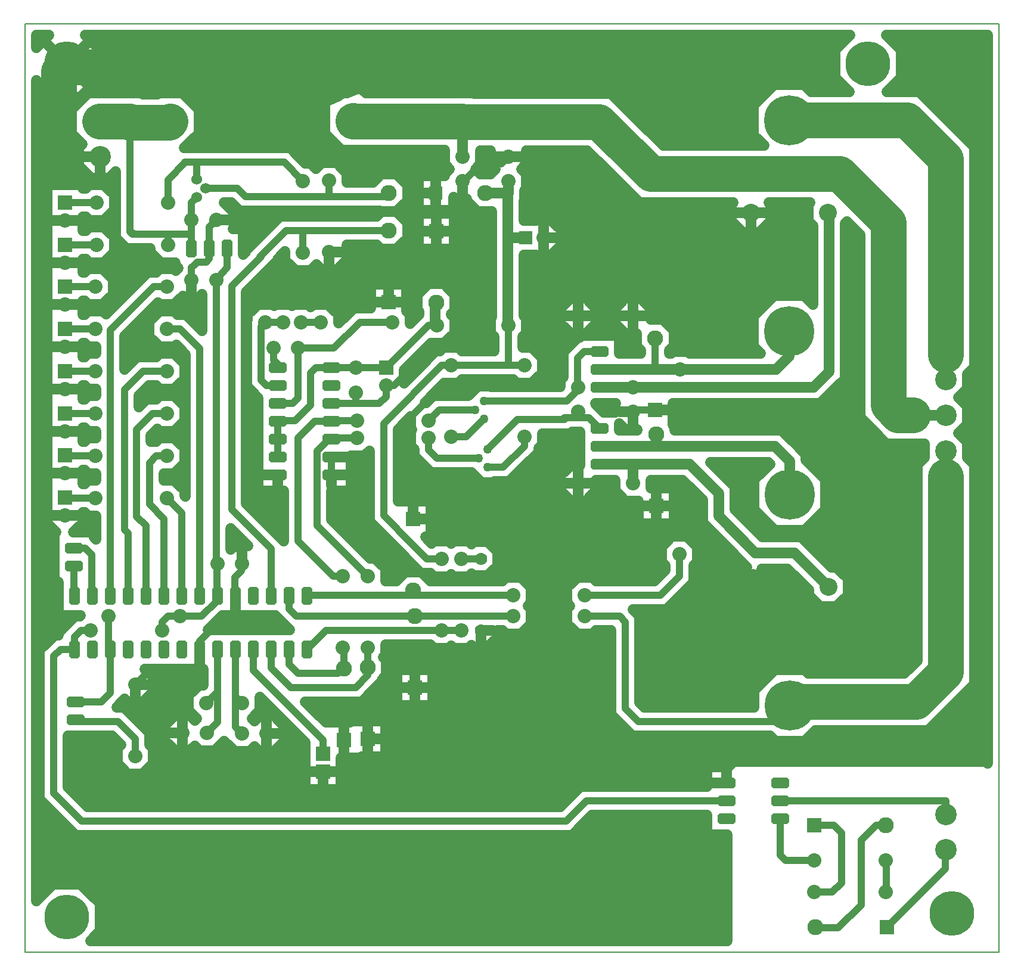
<source format=gbr>
G04 PROTEUS GERBER X2 FILE*
%TF.GenerationSoftware,Labcenter,Proteus,8.15-SP1-Build34318*%
%TF.CreationDate,2023-09-22T14:21:38+00:00*%
%TF.FileFunction,Copper,L2,Bot*%
%TF.FilePolarity,Positive*%
%TF.Part,Single*%
%TF.SameCoordinates,{a466e6c0-664c-42de-9dbf-b86146abdc4f}*%
%FSLAX45Y45*%
%MOMM*%
G01*
%TA.AperFunction,Conductor*%
%ADD10C,1.016000*%
%ADD11C,1.524000*%
%ADD12C,5.080000*%
%TA.AperFunction,ViaPad*%
%ADD13C,2.032000*%
%TA.AperFunction,ComponentPad*%
%ADD14C,3.048000*%
%TA.AperFunction,OtherPad,Unknown*%
%ADD15C,6.350000*%
%TA.AperFunction,ComponentPad*%
%ADD16R,1.905000X1.905000*%
%ADD17C,2.032000*%
%ADD18R,2.032000X2.032000*%
%ADD19C,2.286000*%
%TA.AperFunction,ComponentPad*%
%ADD70C,1.524000*%
%AMDIL011*
4,1,8,
-1.270000,0.457200,-0.965200,0.762000,0.965200,0.762000,1.270000,0.457200,1.270000,-0.457200,
0.965200,-0.762000,-0.965200,-0.762000,-1.270000,-0.457200,-1.270000,0.457200,
0*%
%TA.AperFunction,ComponentPad*%
%ADD71DIL011*%
%TA.AperFunction,ComponentPad*%
%ADD20C,1.270000*%
%TA.AperFunction,ComponentPad*%
%ADD21C,2.540000*%
%ADD22C,7.112000*%
%AMDIL015*
4,1,8,
-0.762000,0.965200,-0.457200,1.270000,0.457200,1.270000,0.762000,0.965200,0.762000,-0.965200,
0.457200,-1.270000,-0.457200,-1.270000,-0.762000,-0.965200,-0.762000,0.965200,
0*%
%TA.AperFunction,ComponentPad*%
%ADD23DIL015*%
%TA.AperFunction,ComponentPad*%
%ADD24C,1.778000*%
%TA.AperFunction,Profile*%
%ADD25C,0.203200*%
%TD.AperFunction*%
%TA.AperFunction,Conductor*%
G36*
X-8051940Y+6201598D02*
X-8051940Y+6377940D01*
X-7875598Y+6377940D01*
X-8051940Y+6201598D01*
G37*
%TD.AperFunction*%
%TA.AperFunction,Conductor*%
G36*
X+3289301Y+6163639D02*
X+3289301Y+5774361D01*
X+3493963Y+5569699D01*
X+2953620Y+5569699D01*
X+2852020Y+5671299D01*
X+2431180Y+5671299D01*
X+2133601Y+5373720D01*
X+2133601Y+4952880D01*
X+2280082Y+4806399D01*
X+848335Y+4806399D01*
X+104836Y+5549899D01*
X-1831364Y+5549899D01*
X-1837864Y+5556399D01*
X-3375165Y+5556399D01*
X-3454646Y+5635880D01*
X-3646530Y+5556399D01*
X-3711836Y+5556399D01*
X-3758016Y+5510219D01*
X-3956399Y+5428046D01*
X-3956399Y+4981664D01*
X-3718336Y+4743601D01*
X-2253999Y+4743601D01*
X-2253999Y+4544790D01*
X-2184209Y+4475000D01*
X-2253999Y+4405210D01*
X-2253999Y+4381649D01*
X-2626149Y+4381649D01*
X-2626149Y+3886351D01*
X-2130851Y+3886351D01*
X-2130851Y+4071642D01*
X-2105210Y+4046001D01*
X-1945199Y+4046001D01*
X-1945199Y+4023530D01*
X-1788970Y+3867301D01*
X-1584837Y+3867301D01*
X-1584837Y+2374372D01*
X-1603999Y+2355210D01*
X-1603999Y+2144790D01*
X-1553199Y+2093990D01*
X-1553199Y+1888399D01*
X-2007090Y+1888399D01*
X-2057890Y+1939199D01*
X-2268310Y+1939199D01*
X-2319110Y+1888399D01*
X-2378967Y+1888399D01*
X-2832101Y+1435265D01*
X-2832101Y+1617633D01*
X-2453733Y+1996001D01*
X-2260790Y+1996001D01*
X-2112001Y+2144790D01*
X-2112001Y+2355210D01*
X-2162801Y+2406010D01*
X-2162801Y+2413030D01*
X-2108201Y+2467630D01*
X-2108201Y+2688570D01*
X-2264430Y+2844799D01*
X-2485370Y+2844799D01*
X-2641599Y+2688570D01*
X-2641599Y+2467630D01*
X-2619999Y+2446030D01*
X-2619999Y+2404467D01*
X-2746001Y+2278465D01*
X-2746001Y+2405210D01*
X-2796001Y+2455210D01*
X-2796001Y+2837999D01*
X-3303999Y+2837999D01*
X-3303999Y+2503199D01*
X-3544168Y+2503199D01*
X-3762001Y+2285366D01*
X-3762001Y+2405210D01*
X-3910790Y+2553999D01*
X-4121210Y+2553999D01*
X-4156000Y+2519209D01*
X-4190790Y+2553999D01*
X-4401210Y+2553999D01*
X-4423000Y+2532209D01*
X-4444790Y+2553999D01*
X-4655210Y+2553999D01*
X-4677001Y+2532208D01*
X-4698790Y+2553999D01*
X-4909210Y+2553999D01*
X-5057999Y+2405210D01*
X-5057999Y+2333367D01*
X-5067666Y+2323700D01*
X-5067666Y+1390299D01*
X-4902199Y+1224832D01*
X-4902199Y-101599D01*
X-4543199Y-101599D01*
X-4543199Y-809435D01*
X-5076801Y-275833D01*
X-5076801Y+2725833D01*
X-4620311Y+3182323D01*
X-4626169Y+3196465D01*
X-4519999Y+3302635D01*
X-4519999Y+3178790D01*
X-4371210Y+3030001D01*
X-4160790Y+3030001D01*
X-4075200Y+3115591D01*
X-3999710Y+3040101D01*
X-3789290Y+3040101D01*
X-3640501Y+3188890D01*
X-3640501Y+3396801D01*
X-3223970Y+3396801D01*
X-3160470Y+3333301D01*
X-2939530Y+3333301D01*
X-2783301Y+3489530D01*
X-2783301Y+3710470D01*
X-2939530Y+3866699D01*
X-3160470Y+3866699D01*
X-3223970Y+3803199D01*
X-4594167Y+3803199D01*
X-5083199Y+3314168D01*
X-5083199Y+3294167D01*
X-5113401Y+3263965D01*
X-5113401Y+3629399D01*
X-5261392Y+3629399D01*
X-5246001Y+3644790D01*
X-5246001Y+3855210D01*
X-5387592Y+3996801D01*
X-5285083Y+3996801D01*
X-5163708Y+3875426D01*
X-3815832Y+3875426D01*
X-3809332Y+3881926D01*
X-3175095Y+3881926D01*
X-3160470Y+3867301D01*
X-2939530Y+3867301D01*
X-2783301Y+4023530D01*
X-2783301Y+4244470D01*
X-2939530Y+4400699D01*
X-3160470Y+4400699D01*
X-3272845Y+4288324D01*
X-3640501Y+4288324D01*
X-3640501Y+4415310D01*
X-3789290Y+4564099D01*
X-3999710Y+4564099D01*
X-4085300Y+4478509D01*
X-4160790Y+4553999D01*
X-4232633Y+4553999D01*
X-4451124Y+4772490D01*
X-5952776Y+4772490D01*
X-5743602Y+4981664D01*
X-5743602Y+5318336D01*
X-5981664Y+5556398D01*
X-6318336Y+5556398D01*
X-6332455Y+5542279D01*
X-6541437Y+5542279D01*
X-6555557Y+5556399D01*
X-6892229Y+5556399D01*
X-6892230Y+5556398D01*
X-7318336Y+5556399D01*
X-7556399Y+5318336D01*
X-7556399Y+4981664D01*
X-7402703Y+4827968D01*
X-7454799Y+4775872D01*
X-7454799Y+4523368D01*
X-7276252Y+4344821D01*
X-7023748Y+4344821D01*
X-6927092Y+4441477D01*
X-6927092Y+3497190D01*
X-6776702Y+3346801D01*
X-6437999Y+3346801D01*
X-6437999Y+3294790D01*
X-6289210Y+3146001D01*
X-6078790Y+3146001D01*
X-6078599Y+3146192D01*
X-6078599Y+3070601D01*
X-6038608Y+3070601D01*
X-6075000Y+3034209D01*
X-6094790Y+3053999D01*
X-6305210Y+3053999D01*
X-6356010Y+3003199D01*
X-6474167Y+3003199D01*
X-7067079Y+2410287D01*
X-7110790Y+2453999D01*
X-7321210Y+2453999D01*
X-7372011Y+2403198D01*
X-7396001Y+2403198D01*
X-7396001Y+2596801D01*
X-7372010Y+2596801D01*
X-7321210Y+2546001D01*
X-7110790Y+2546001D01*
X-6962001Y+2694790D01*
X-6962001Y+2905210D01*
X-7110790Y+3053999D01*
X-7321210Y+3053999D01*
X-7372011Y+3003198D01*
X-7396001Y+3003198D01*
X-7396001Y+3196801D01*
X-7356010Y+3196801D01*
X-7305210Y+3146001D01*
X-7094790Y+3146001D01*
X-6946001Y+3294790D01*
X-6946001Y+3505210D01*
X-7094790Y+3653999D01*
X-7305210Y+3653999D01*
X-7356010Y+3603199D01*
X-7396001Y+3603199D01*
X-7396001Y+3796801D01*
X-7356010Y+3796801D01*
X-7305210Y+3746001D01*
X-7094790Y+3746001D01*
X-6946001Y+3894790D01*
X-6946001Y+4105210D01*
X-7094790Y+4253999D01*
X-7305210Y+4253999D01*
X-7356010Y+4203199D01*
X-7396001Y+4203199D01*
X-7396001Y+4253999D01*
X-7903999Y+4253999D01*
X-7903999Y-555210D01*
X-7772008Y-687201D01*
X-7801199Y-687201D01*
X-7801199Y-1398399D01*
X-7737699Y-1398399D01*
X-7737699Y-1868299D01*
X-7427508Y-1868299D01*
X-7436010Y-1876801D01*
X-7504167Y-1876801D01*
X-7698867Y-2071501D01*
X-7739699Y-2071501D01*
X-7739699Y-2147701D01*
X-7795067Y-2147701D01*
X-8008510Y-2361144D01*
X-8008510Y-4478856D01*
X-7494167Y-4993199D01*
X-445833Y-4993199D01*
X-159833Y-4707199D01*
X+1470441Y-4707199D01*
X+1470441Y-4986599D01*
X+1759440Y-4986599D01*
X+1759440Y-6488940D01*
X-7287402Y-6488940D01*
X-7150101Y-6351639D01*
X-7150101Y-5962361D01*
X-7425361Y-5687101D01*
X-7814639Y-5687101D01*
X-8051940Y-5924402D01*
X-8051940Y+5736402D01*
X-7814639Y+5499101D01*
X-7425361Y+5499101D01*
X-7150101Y+5774361D01*
X-7150101Y+6163639D01*
X-7364402Y+6377940D01*
X+3503602Y+6377940D01*
X+3289301Y+6163639D01*
G37*
%TD.AperFunction*%
%LPC*%
G36*
X-2628899Y+3848099D02*
X-2120901Y+3848099D01*
X-2120901Y+3340101D01*
X-2628899Y+3340101D01*
X-2628899Y+3848099D01*
G37*
%LPD*%
%TA.AperFunction,Conductor*%
G36*
X+5459440Y-3972634D02*
X+5434406Y-3947600D01*
X+1848714Y-3947600D01*
X+1774913Y-4021401D01*
X+1470441Y-4021401D01*
X+1470441Y-4300801D01*
X-328167Y-4300801D01*
X-614167Y-4586801D01*
X-7325833Y-4586801D01*
X-7602114Y-4310520D01*
X-7602114Y-3582599D01*
X-7220601Y-3582599D01*
X-7220601Y-3577199D01*
X-6980167Y-3577199D01*
X-6853199Y-3704167D01*
X-6853199Y-3709990D01*
X-6903999Y-3760790D01*
X-6903999Y-3971210D01*
X-6755210Y-4119999D01*
X-6544790Y-4119999D01*
X-6396001Y-3971210D01*
X-6396001Y-3760790D01*
X-6446801Y-3709990D01*
X-6446801Y-3535833D01*
X-6811833Y-3170801D01*
X-6913435Y-3170801D01*
X-6800922Y-3058288D01*
X-6755210Y-3103999D01*
X-6544790Y-3103999D01*
X-6396001Y-2955210D01*
X-6396001Y-2744790D01*
X-6510492Y-2630299D01*
X-5682299Y-2630299D01*
X-5682299Y-2858696D01*
X-5743410Y-2858696D01*
X-5892199Y-3007485D01*
X-5892199Y-3217905D01*
X-5779657Y-3330448D01*
X-5805000Y-3355791D01*
X-5874790Y-3286001D01*
X-6085210Y-3286001D01*
X-6233999Y-3434790D01*
X-6233999Y-3645210D01*
X-6085210Y-3793999D01*
X-5874790Y-3793999D01*
X-5805000Y-3724209D01*
X-5735210Y-3793999D01*
X-5524790Y-3793999D01*
X-5386105Y-3655314D01*
X-5238215Y-3803204D01*
X-5027795Y-3803204D01*
X-4958005Y-3733414D01*
X-4888215Y-3803204D01*
X-4677795Y-3803204D01*
X-4529006Y-3654415D01*
X-4529006Y-3443995D01*
X-4677795Y-3295206D01*
X-4888215Y-3295206D01*
X-4958006Y-3364997D01*
X-4990649Y-3332353D01*
X-4876201Y-3217905D01*
X-4876201Y-3031165D01*
X-4233999Y-3673367D01*
X-4233999Y-4337999D01*
X-3726001Y-4337999D01*
X-3726001Y-3889999D01*
X-3436001Y-3889999D01*
X-3436001Y-3879999D01*
X-3096001Y-3879999D01*
X-3096001Y-3372001D01*
X-3603999Y-3372001D01*
X-3603999Y-3382001D01*
X-3943999Y-3382001D01*
X-3943999Y-3388635D01*
X-4239435Y-3093199D01*
X-3435833Y-3093199D01*
X-3146801Y-2804167D01*
X-3146801Y-2783970D01*
X-3083301Y-2720470D01*
X-3083301Y-2499530D01*
X-3123811Y-2459020D01*
X-3096001Y-2431210D01*
X-3096001Y-2283799D01*
X-2456810Y-2283799D01*
X-2406010Y-2334599D01*
X-2195590Y-2334599D01*
X-2161100Y-2300109D01*
X-2126610Y-2334599D01*
X-1916190Y-2334599D01*
X-1872720Y-2291129D01*
X-1841949Y-2321899D01*
X-1642051Y-2321899D01*
X-1500701Y-2180549D01*
X-1500701Y-2083199D01*
X-1436010Y-2083199D01*
X-1385210Y-2133999D01*
X-1174790Y-2133999D01*
X-1026001Y-1985210D01*
X-1026001Y-1774790D01*
X-1070791Y-1730000D01*
X-1026001Y-1685210D01*
X-1026001Y-1474790D01*
X-1174790Y-1326001D01*
X-1385210Y-1326001D01*
X-1436010Y-1376801D01*
X-2462030Y-1376801D01*
X-2571032Y-1267799D01*
X-2456810Y-1267799D01*
X-2406010Y-1318599D01*
X-2195590Y-1318599D01*
X-2161100Y-1284109D01*
X-2126610Y-1318599D01*
X-1916190Y-1318599D01*
X-1872720Y-1275129D01*
X-1841949Y-1305899D01*
X-1642051Y-1305899D01*
X-1500701Y-1164549D01*
X-1500701Y-964651D01*
X-1642051Y-823301D01*
X-1841949Y-823301D01*
X-1872720Y-854072D01*
X-1916190Y-810601D01*
X-2126610Y-810601D01*
X-2161100Y-845091D01*
X-2195590Y-810601D01*
X-2406010Y-810601D01*
X-2439022Y-843613D01*
X-2528635Y-753999D01*
X-2446001Y-753999D01*
X-2446001Y-246001D01*
X-2916801Y-246001D01*
X-2916801Y+775833D01*
X-2737999Y+954635D01*
X-2737999Y+794790D01*
X-2718209Y+775000D01*
X-2737999Y+755210D01*
X-2737999Y+544790D01*
X-2687199Y+493990D01*
X-2687199Y+399833D01*
X-2448567Y+161201D01*
X-1871528Y+161201D01*
X-1858828Y+148501D01*
X-1858299Y+148501D01*
X-1858299Y+147972D01*
X-1731828Y+21501D01*
X-1552972Y+21501D01*
X-1540272Y+34201D01*
X-1337253Y+34201D01*
X-918501Y+452953D01*
X-918501Y+513190D01*
X-867701Y+563990D01*
X-867701Y+709841D01*
X-470870Y+709841D01*
X-441570Y+739141D01*
X-330199Y+739141D01*
X-330199Y+266699D01*
X-460810Y+266699D01*
X-609599Y+117910D01*
X-609599Y-92510D01*
X-460810Y-241299D01*
X-250390Y-241299D01*
X-101601Y-92510D01*
X-101601Y+50801D01*
X+165101Y+50801D01*
X+165101Y-92510D01*
X+313890Y-241299D01*
X+496001Y-241299D01*
X+496001Y-569999D01*
X+1003999Y-569999D01*
X+1003999Y-62001D01*
X+673099Y-62001D01*
X+673099Y+50801D01*
X+1126334Y+50801D01*
X+1407543Y-230408D01*
X+1407543Y-551427D01*
X+2039897Y-1183781D01*
X+1990709Y-1183781D01*
X+1827041Y-1347449D01*
X+1827041Y-1578911D01*
X+1990709Y-1742579D01*
X+2222171Y-1742579D01*
X+2385839Y-1578911D01*
X+2385839Y-1347449D01*
X+2247498Y-1209108D01*
X+2616202Y-1209108D01*
X+2914161Y-1507067D01*
X+2914161Y-1578911D01*
X+3077829Y-1742579D01*
X+3309291Y-1742579D01*
X+3472959Y-1578911D01*
X+3472959Y-1347449D01*
X+3309291Y-1183781D01*
X+3237447Y-1183781D01*
X+2805576Y-751910D01*
X+2254598Y-751910D01*
X+1864739Y-362051D01*
X+1864739Y-41032D01*
X+1518906Y+304801D01*
X+2341913Y+304801D01*
X+2364147Y+282566D01*
X+2142001Y+60420D01*
X+2142001Y-360420D01*
X+2439580Y-657999D01*
X+2860420Y-657999D01*
X+3157999Y-360420D01*
X+3157999Y+60420D01*
X+2878599Y+339820D01*
X+2878599Y+414689D01*
X+2744689Y+548599D01*
X+2744687Y+548599D01*
X+2531287Y+761999D01*
X+1016699Y+761999D01*
X+1016699Y+810470D01*
X+990599Y+836570D01*
X+990599Y+1143001D01*
X+3079189Y+1143001D01*
X+3213099Y+1276911D01*
X+3213099Y+1276913D01*
X+3431868Y+1495682D01*
X+3431868Y+3701698D01*
X+3457718Y+3727548D01*
X+3643601Y+3541665D01*
X+3643601Y+949564D01*
X+4021664Y+571501D01*
X+4557601Y+571501D01*
X+4557601Y+369936D01*
X+4456001Y+268336D01*
X+4456001Y-2509265D01*
X+4274465Y-2690801D01*
X+2912020Y-2690801D01*
X+2860420Y-2639201D01*
X+2439580Y-2639201D01*
X+2142001Y-2936780D01*
X+2142001Y-3174001D01*
X+581367Y-3174001D01*
X+513199Y-3105833D01*
X+513199Y-1875833D01*
X+420565Y-1783199D01*
X+894167Y-1783199D01*
X+1282699Y-1394667D01*
X+1282699Y-1156010D01*
X+1333499Y-1105210D01*
X+1333499Y-894790D01*
X+1184710Y-746001D01*
X+974290Y-746001D01*
X+825501Y-894790D01*
X+825501Y-1105210D01*
X+876301Y-1156010D01*
X+876301Y-1226333D01*
X+725833Y-1376801D01*
X-107990Y-1376801D01*
X-158790Y-1326001D01*
X-369210Y-1326001D01*
X-517999Y-1474790D01*
X-517999Y-1685210D01*
X-473209Y-1730000D01*
X-517999Y-1774790D01*
X-517999Y-1985210D01*
X-369210Y-2133999D01*
X-158790Y-2133999D01*
X-107990Y-2083199D01*
X+106801Y-2083199D01*
X+106801Y-3274167D01*
X+413033Y-3580399D01*
X+2364780Y-3580399D01*
X+2439580Y-3655199D01*
X+2860420Y-3655199D01*
X+3012020Y-3503599D01*
X+4611136Y-3503599D01*
X+5268799Y-2845936D01*
X+5268799Y+268336D01*
X+5167199Y+369936D01*
X+5167199Y+596152D01*
X+5039451Y+723900D01*
X+5167199Y+851648D01*
X+5167199Y+1104152D01*
X+5039451Y+1231900D01*
X+5167199Y+1359648D01*
X+5167199Y+1558423D01*
X+5268799Y+1660023D01*
X+5268799Y+4785936D01*
X+5030735Y+5023999D01*
X+4485035Y+5569699D01*
X+4024437Y+5569699D01*
X+4229099Y+5774361D01*
X+4229099Y+6163639D01*
X+4014798Y+6377940D01*
X+5459440Y+6377940D01*
X+5459440Y-3972634D01*
G37*
%TD.AperFunction*%
%LPC*%
G36*
X-2933999Y-2642001D02*
X-2426001Y-2642001D01*
X-2426001Y-3149999D01*
X-2933999Y-3149999D01*
X-2933999Y-2642001D01*
G37*
%LPD*%
%TA.AperFunction,Conductor*%
G36*
X-1603999Y+4544790D02*
X-1534209Y+4475000D01*
X-1603999Y+4405210D01*
X-1603999Y+4400699D01*
X-1746001Y+4400699D01*
X-1746001Y+4405210D01*
X-1815791Y+4475000D01*
X-1746001Y+4544790D01*
X-1746001Y+4737101D01*
X-1603999Y+4737101D01*
X-1603999Y+4544790D01*
G37*
%TD.AperFunction*%
%TA.AperFunction,Conductor*%
G36*
X+273601Y+4231665D02*
X+273601Y+4231664D01*
X+511664Y+3993601D01*
X+1846391Y+3993601D01*
X+1818641Y+3965851D01*
X+1818641Y+3734389D01*
X+1982309Y+3570721D01*
X+2213771Y+3570721D01*
X+2377439Y+3734389D01*
X+2377439Y+3965851D01*
X+2349689Y+3993601D01*
X+2933511Y+3993601D01*
X+2905761Y+3965851D01*
X+2905761Y+3734389D01*
X+2974670Y+3665480D01*
X+2974670Y+2551449D01*
X+2852020Y+2674099D01*
X+2431180Y+2674099D01*
X+2133601Y+2376520D01*
X+2133601Y+1955680D01*
X+2235081Y+1854199D01*
X+1222810Y+1854199D01*
X+1197410Y+1879599D01*
X+986990Y+1879599D01*
X+961590Y+1854199D01*
X+939799Y+1854199D01*
X+939799Y+1896130D01*
X+1003299Y+1959630D01*
X+1003299Y+2180570D01*
X+847070Y+2336799D01*
X+673099Y+2336799D01*
X+673099Y+2492810D01*
X+524310Y+2641599D01*
X+313890Y+2641599D01*
X+165101Y+2492810D01*
X+165101Y+2282390D01*
X+313890Y+2133601D01*
X+469901Y+2133601D01*
X+469901Y+1959630D01*
X+533401Y+1896130D01*
X+533401Y+1854199D01*
X+228599Y+1854199D01*
X+228599Y+2108199D01*
X-330199Y+2108199D01*
X-330199Y+2082799D01*
X-361027Y+2082799D01*
X-571498Y+1872328D01*
X-571498Y+1788160D01*
X-571499Y+1514910D01*
X-609599Y+1476810D01*
X-609599Y+1380399D01*
X-1591072Y+1380399D01*
X-1603772Y+1393099D01*
X-1782628Y+1393099D01*
X-1909099Y+1266628D01*
X-1909099Y+1266099D01*
X-1909628Y+1266099D01*
X-1922328Y+1253399D01*
X-2417967Y+1253399D01*
X-2517367Y+1153999D01*
X-2538635Y+1153999D01*
X-2261433Y+1431201D01*
X-2057890Y+1431201D01*
X-2007090Y+1482001D01*
X-1277710Y+1482001D01*
X-1226910Y+1431201D01*
X-1016490Y+1431201D01*
X-867701Y+1579990D01*
X-867701Y+1790410D01*
X-1016490Y+1939199D01*
X-1146801Y+1939199D01*
X-1146801Y+2093990D01*
X-1096001Y+2144790D01*
X-1096001Y+2355210D01*
X-1127639Y+2386848D01*
X-1127639Y+3252351D01*
X-961560Y+3252351D01*
X-955210Y+3246001D01*
X-744790Y+3246001D01*
X-596001Y+3394790D01*
X-596001Y+3605210D01*
X-744790Y+3753999D01*
X-955210Y+3753999D01*
X-961560Y+3747649D01*
X-1127639Y+3747649D01*
X-1127639Y+4026835D01*
X-1121401Y+4033073D01*
X-1121401Y+4169390D01*
X-1096001Y+4194790D01*
X-1096001Y+4405210D01*
X-1165791Y+4475000D01*
X-1096001Y+4544790D01*
X-1096001Y+4737101D01*
X-231835Y+4737101D01*
X+273601Y+4231665D01*
G37*
%TD.AperFunction*%
%LPC*%
G36*
X-609599Y+2282390D02*
X-609599Y+2492810D01*
X-460810Y+2641599D01*
X-250390Y+2641599D01*
X-101601Y+2492810D01*
X-101601Y+2282390D01*
X-250390Y+2133601D01*
X-460810Y+2133601D01*
X-609599Y+2282390D01*
G37*
%LPD*%
%TA.AperFunction,Conductor*%
G36*
X-5696799Y+2174165D02*
X-5925833Y+2403199D01*
X-6043990Y+2403199D01*
X-6094790Y+2453999D01*
X-6305210Y+2453999D01*
X-6453999Y+2305210D01*
X-6453999Y+2094790D01*
X-6305210Y+1946001D01*
X-6094790Y+1946001D01*
X-6069079Y+1971712D01*
X-5936299Y+1838933D01*
X-5936299Y-176335D01*
X-5946001Y-166633D01*
X-5946001Y-94790D01*
X-6094790Y+53999D01*
X-6246326Y+53999D01*
X-6246326Y+146001D01*
X-6094790Y+146001D01*
X-5946001Y+294790D01*
X-5946001Y+505210D01*
X-6094790Y+653999D01*
X-6305210Y+653999D01*
X-6356010Y+603199D01*
X-6426801Y+603199D01*
X-6426801Y+685833D01*
X-6335922Y+776712D01*
X-6305210Y+746001D01*
X-6094790Y+746001D01*
X-5946001Y+894790D01*
X-5946001Y+1105210D01*
X-6094790Y+1253999D01*
X-6305210Y+1253999D01*
X-6356010Y+1203199D01*
X-6484167Y+1203199D01*
X-6596801Y+1090565D01*
X-6596801Y+1255833D01*
X-6455833Y+1396801D01*
X-6356010Y+1396801D01*
X-6305210Y+1346001D01*
X-6094790Y+1346001D01*
X-5946001Y+1494790D01*
X-5946001Y+1705210D01*
X-6094790Y+1853999D01*
X-6305210Y+1853999D01*
X-6356010Y+1803199D01*
X-6624167Y+1803199D01*
X-6799901Y+1627465D01*
X-6799901Y+2102733D01*
X-6330922Y+2571712D01*
X-6305210Y+2546001D01*
X-6094790Y+2546001D01*
X-5975000Y+2665791D01*
X-5955210Y+2646001D01*
X-5744790Y+2646001D01*
X-5696799Y+2693992D01*
X-5696799Y+2174165D01*
G37*
%TD.AperFunction*%
%TA.AperFunction,Conductor*%
G36*
X-7321210Y+1946001D02*
X-7206299Y+1946001D01*
X-7206299Y+1853999D01*
X-7321210Y+1853999D01*
X-7372011Y+1803198D01*
X-7396001Y+1803198D01*
X-7396001Y+1996801D01*
X-7372011Y+1996801D01*
X-7321210Y+1946001D01*
G37*
%TD.AperFunction*%
%TA.AperFunction,Conductor*%
G36*
X-7321210Y+1346001D02*
X-7206299Y+1346001D01*
X-7206299Y+1253999D01*
X-7321210Y+1253999D01*
X-7372011Y+1203198D01*
X-7396001Y+1203198D01*
X-7396001Y+1396801D01*
X-7372011Y+1396801D01*
X-7321210Y+1346001D01*
G37*
%TD.AperFunction*%
%TA.AperFunction,Conductor*%
G36*
X+165101Y+1133910D02*
X+165101Y+1015999D01*
X+7966Y+1015999D01*
X-101601Y+1125566D01*
X-101601Y+1133910D01*
X-110693Y+1143001D01*
X+174192Y+1143001D01*
X+165101Y+1133910D01*
G37*
%TD.AperFunction*%
%TA.AperFunction,Conductor*%
G36*
X+313890Y+774701D02*
X+483301Y+774701D01*
X+483301Y+761999D01*
X+228599Y+761999D01*
X+228599Y+859992D01*
X+313890Y+774701D01*
G37*
%TD.AperFunction*%
%TA.AperFunction,Conductor*%
G36*
X-7321210Y+746001D02*
X-7206299Y+746001D01*
X-7206299Y+653999D01*
X-7321210Y+653999D01*
X-7372010Y+603199D01*
X-7396001Y+603199D01*
X-7396001Y+796801D01*
X-7372011Y+796801D01*
X-7321210Y+746001D01*
G37*
%TD.AperFunction*%
%TA.AperFunction,Conductor*%
G36*
X-7321210Y+146001D02*
X-7206299Y+146001D01*
X-7206299Y+53999D01*
X-7321210Y+53999D01*
X-7372010Y+3199D01*
X-7396001Y+3199D01*
X-7396001Y+196801D01*
X-7372010Y+196801D01*
X-7321210Y+146001D01*
G37*
%TD.AperFunction*%
%TA.AperFunction,Conductor*%
G36*
X-7321210Y-453999D02*
X-7206299Y-453999D01*
X-7206299Y-783915D01*
X-7242401Y-747813D01*
X-7242401Y-687201D01*
X-7527992Y-687201D01*
X-7396001Y-555210D01*
X-7396001Y-403199D01*
X-7372010Y-403199D01*
X-7321210Y-453999D01*
G37*
%TD.AperFunction*%
%TA.AperFunction,Conductor*%
G36*
X-5051365Y-876001D02*
X-5235210Y-876001D01*
X-5290401Y-931192D01*
X-5290401Y-636965D01*
X-5051365Y-876001D01*
G37*
%TD.AperFunction*%
%TA.AperFunction,Conductor*%
G36*
X-3323199Y-450000D02*
X-3323199Y-534167D01*
X-2608066Y-1249301D01*
X-2810470Y-1249301D01*
X-2937970Y-1376801D01*
X-3096001Y-1376801D01*
X-3096001Y-1204790D01*
X-3244790Y-1056001D01*
X-3316633Y-1056001D01*
X-3862457Y-510177D01*
X-3862457Y-101599D01*
X-3581401Y-101599D01*
X-3581401Y+396001D01*
X-3394790Y+396001D01*
X-3323199Y+467592D01*
X-3323199Y-450000D01*
G37*
%TD.AperFunction*%
%TA.AperFunction,Conductor*%
G36*
X-4606783Y-1923301D02*
X-4458583Y-2071501D01*
X-5614135Y-2071501D01*
X-5410933Y-1868299D01*
X-4661785Y-1868299D01*
X-4606783Y-1923301D01*
G37*
%TD.AperFunction*%
D10*
X-3771900Y+1651000D02*
X-3860800Y+1651000D01*
X-3771900Y+1651000D02*
X-3517900Y+1651000D01*
X-4622800Y+889000D02*
X-4622800Y+635000D01*
X-3517900Y+1651000D02*
X-3308011Y+1651000D01*
X-3086100Y+1651000D01*
X-3675900Y+1143000D02*
X-3860800Y+1143000D01*
X-3517900Y+1301000D02*
X-3517900Y+1143000D01*
X-3675900Y+1143000D01*
X-3086100Y+1397000D02*
X-3086100Y+1239520D01*
X-3182620Y+1143000D01*
X-3517900Y+1143000D01*
X-2163100Y+669200D02*
X-1947200Y+669200D01*
X-1693200Y+923200D01*
X-368300Y+1358900D02*
X-368300Y+1788160D01*
X-276860Y+1879600D01*
X-50800Y+1879600D01*
X-1121700Y+669200D02*
X-1121700Y+537120D01*
X-1421420Y+237400D01*
X-1642400Y+237400D01*
X+736600Y+2070100D02*
X+736600Y+1638300D01*
X+749300Y+1625600D01*
X+736600Y+1054100D02*
X+444500Y+1054100D01*
X+419100Y+1028700D01*
X-4622800Y+635000D02*
X-4622800Y+596900D01*
X-4622800Y+381000D01*
X-4622800Y+1143000D02*
X-4417061Y+1143000D01*
X-4336300Y+1223761D01*
X-4336300Y+1930400D01*
X-4686300Y+1930400D02*
X-4686300Y+1765300D01*
X-4572000Y+1651000D01*
X-4622800Y+1651000D01*
X-4550000Y+2300000D02*
X-4804000Y+2300000D01*
X-7509100Y-1588900D02*
X-7519800Y-1588900D01*
X-7519800Y-1163097D01*
X-7514274Y-1157571D01*
X-7534500Y-1169800D01*
X-7521800Y-1169800D01*
X-7257100Y-1588900D02*
X-7267800Y-1588900D01*
X-7267800Y-1009780D01*
X-7361780Y-915800D01*
X-7521800Y-915800D01*
X-355600Y+1371600D02*
X-368300Y+1358900D01*
X-441960Y+942340D02*
X-555037Y+942340D01*
X-355600Y+1028700D02*
X-355600Y+942340D01*
X-50800Y+787400D02*
X-205740Y+942340D01*
X-355600Y+942340D01*
X-441960Y+942340D01*
D11*
X-50800Y+1625600D02*
X+749300Y+1625600D01*
X+1092200Y+1625600D01*
X+2451100Y+1625600D01*
X+2512750Y+1687250D01*
X+2641600Y+1816100D01*
D10*
X+2451100Y+1625600D02*
X+2512750Y+1687250D01*
X+2641600Y+1816100D01*
X+2641600Y+2015458D02*
X+2656324Y+2030182D01*
X+2641600Y+2066100D01*
D11*
X-50800Y+1371600D02*
X+419100Y+1371600D01*
X+2984500Y+1371600D01*
X+3156450Y+1543550D01*
X+3185160Y+1572260D01*
D10*
X+3156450Y+1543550D01*
X+2984500Y+1371600D01*
D11*
X+2641600Y+5049288D02*
X+2607576Y+5083312D01*
X+2641600Y+5063300D01*
X+2641600Y+1950000D02*
X+2641600Y+2015458D01*
X+2641600Y+2066100D01*
X+2641600Y+2116100D01*
X+2641600Y+2166100D01*
X+2641600Y+1816100D02*
X+2641600Y+1950000D01*
X+3185160Y+1572260D02*
X+3203269Y+1590369D01*
X+3203269Y+3722689D01*
X+3203269Y+3832011D01*
X+3185160Y+3850120D01*
X+2641600Y+5049288D02*
X+2641600Y+5063300D01*
X+2641600Y+5113300D01*
X+2641600Y+5163300D01*
X+750000Y+700000D02*
X+750000Y+533400D01*
X-50800Y+533400D02*
X+750000Y+533400D01*
X+419100Y+12700D02*
X+419100Y+274313D01*
X+414013Y+279400D01*
X-50800Y+279400D02*
X+414013Y+279400D01*
X+1221021Y+279400D01*
X+1636141Y-135720D01*
X+1636141Y-456739D01*
X+2159911Y-980509D01*
X+2710889Y-980509D01*
X+3193560Y-1463180D01*
X+750000Y+533400D02*
X+2436600Y+533400D01*
X+2650000Y+320000D01*
X+2650000Y-150000D01*
D10*
X+2700000Y-3097200D02*
X+2650000Y-3097200D01*
X-4336300Y+1930400D02*
X-3829601Y+1930400D01*
X-3460001Y+2300000D01*
X-3000000Y+2300000D01*
D11*
X-6150000Y+5150000D02*
X-6650000Y+5150000D01*
D10*
X-5225100Y-1588900D02*
X-5238700Y-1588900D01*
X-5238700Y-1329300D01*
X-5142700Y-1233300D01*
X-5142700Y-1130000D01*
X-5130000Y-1130000D01*
X-4296000Y+2300000D02*
X-4017300Y+2300000D01*
X-4016000Y+2298700D01*
X-4016000Y+2300000D01*
X-4622800Y+1397000D02*
X-4787001Y+1397000D01*
X-4864467Y+1474466D01*
X-4864467Y+2239533D01*
X-4804000Y+2300000D01*
X-4880000Y+3230000D02*
X-4824000Y+3286000D01*
X-5850000Y+2900000D02*
X-5850000Y+3072469D01*
X-5811130Y+3111339D01*
X-5768469Y+3154000D01*
X-5642000Y+3154000D01*
X-5596000Y+3200000D01*
X-5596000Y+3350000D01*
X-5596000Y+3654000D01*
X-5500000Y+3750000D01*
D11*
X-6650000Y+5150000D02*
X-6723893Y+5150000D01*
D10*
X-5342000Y+3350000D02*
X-5342000Y+3071600D01*
X-5412000Y+3001600D01*
X-5500000Y+2900000D01*
X-5777000Y+4327000D02*
X-5777000Y+4567030D01*
X-5774739Y+4569291D01*
X-4535291Y+4569291D01*
X-4266000Y+4300000D01*
X-5777000Y+4073000D02*
X-5850000Y+4000000D01*
X-5850000Y+3851600D01*
X-5850000Y+3750000D01*
X-4200000Y+4078625D02*
X-4125975Y+4078625D01*
X-5650000Y+4200000D02*
X-5200916Y+4200000D01*
X-5079541Y+4078625D01*
X-4200000Y+4078625D01*
X-4125975Y+4078625D02*
X-3900000Y+4078625D01*
X-4266000Y+3284000D02*
X-4266000Y+3596844D01*
X-4269156Y+3600000D01*
X-4824000Y+3286000D02*
X-4510000Y+3600000D01*
X-4269156Y+3600000D01*
X-5500000Y+3750000D02*
X-5046922Y+3750000D01*
X-4986470Y+3810452D01*
X-3542044Y+3810452D01*
X-3483682Y+3868814D01*
X-2722379Y+3868814D01*
X-5850000Y+3350000D02*
X-5850000Y+3550000D01*
X-5850000Y+3750000D01*
X-5248656Y-1748656D02*
X-5248656Y-1612456D01*
X-5225100Y-1588900D01*
X-5733100Y-2350900D02*
X-5733100Y-2233100D01*
X-5580000Y-2080000D01*
X-5248656Y-1748656D02*
X-5225100Y-1725100D01*
X-5225100Y-1588900D01*
X+2995840Y-5350000D02*
X+2589840Y-5350000D01*
X+2511840Y-5272000D01*
X+2511840Y-4758000D01*
X+4861840Y-4700000D02*
X+4861840Y-4500000D01*
X+2515840Y-4500000D01*
X+2511840Y-4504000D01*
X+4027840Y-6300000D02*
X+4857841Y-5469999D01*
X+4857841Y-5200380D01*
X+4861840Y-5200380D01*
X+2995840Y-4850000D02*
X+3271840Y-4850000D01*
X+3381840Y-4960000D01*
X+3381840Y-5670000D01*
X+3251840Y-5800000D01*
X+2995840Y-5800000D01*
X+4011840Y-4850000D02*
X+3876694Y-4850000D01*
X+3661840Y-5064854D01*
X+3661840Y-5980839D01*
X+3336520Y-6306159D01*
X+3017999Y-6306159D01*
X+3011840Y-6300000D01*
X+4011840Y-5800000D02*
X+4019794Y-5792046D01*
X+4019794Y-5451600D01*
X+4011840Y-5350000D01*
D12*
X-6723893Y+5135880D02*
X-6164120Y+5135880D01*
X-6150000Y+5150000D01*
X+4862400Y+4617600D02*
X+4430712Y+5049288D01*
X+4316700Y+5163300D01*
X+2641600Y+5163300D01*
X+4400000Y+977900D02*
X+4190000Y+977900D01*
X+4050000Y+1117900D01*
X+4050000Y+3710000D01*
X+3360000Y+4400000D01*
X+1200000Y+4400000D01*
X+680000Y+4400000D01*
X-63500Y+5143500D01*
X-1672000Y+5143500D01*
X-2006200Y+5143500D01*
X-3050000Y+5150000D02*
X-3062700Y+5150000D01*
D11*
X-3056200Y+5156500D02*
X-3062700Y+5150000D01*
X-3075400Y+5137300D01*
X-3050000Y+5150000D01*
X-2000000Y+4650000D02*
X-2000000Y+5137300D01*
X-2006200Y+5143500D01*
X-2012700Y+5150000D01*
X+4862400Y+977900D02*
X+4400000Y+977900D01*
X+3360000Y+4400000D02*
X+1200000Y+4400000D01*
X+680000Y+4400000D01*
X-1672000Y+5143500D02*
X-1678500Y+5150000D01*
X+4862400Y+1485900D02*
X+4862400Y+1828359D01*
D12*
X+4862400Y+4617600D01*
X+4862400Y+100000D02*
X+4862400Y-2677600D01*
X+4442800Y-3097200D01*
X+2713500Y-3097200D01*
X+2700000Y-3097200D01*
X+2650000Y-3147200D01*
D11*
X+4862400Y+469900D02*
X+4862400Y+100000D01*
X-1350000Y+4300000D02*
X-1350000Y+4127762D01*
D12*
X+2106440Y-1463180D02*
X+2106440Y-1736658D01*
X+2065489Y-1777609D01*
D10*
X-3900000Y+4078625D02*
X-3900000Y+4085125D01*
X-3894500Y+4085125D01*
X-3098875Y+4085125D01*
X-3050000Y+4134000D01*
X-3894500Y+4310100D02*
X-3894500Y+4085125D01*
X-3894500Y+4084125D01*
X-3900000Y+4078625D01*
D12*
X-2006200Y+5143500D02*
X-2006200Y+5150000D01*
X-2012700Y+5150000D01*
X-2019300Y+5150000D01*
X-2378500Y+5150000D01*
X-2901800Y+5150000D01*
X-3050000Y+5150000D01*
D11*
X-2006200Y+5150000D02*
X-1678500Y+5150000D01*
D12*
X-3062700Y+5150000D02*
X-3543500Y+5150000D01*
X-3550000Y+5156500D01*
X-3550000Y+5150000D01*
D11*
X-3543500Y+5150000D01*
X-3062700Y+5150000D02*
X-3050000Y+5150000D01*
D10*
X-4269156Y+3600000D02*
X-3050000Y+3600000D01*
D12*
X-7669500Y+5919500D02*
X-6832782Y+5919500D01*
X-6800781Y+5887499D01*
D11*
X-6723893Y+5150000D02*
X-6723893Y+5164120D01*
X-7135880Y+5164120D01*
X-7150000Y+5150000D01*
D12*
X-6723893Y+5150000D01*
X-6723893Y+5135880D01*
X-7620000Y+5969000D02*
X-7669500Y+5919500D01*
X-7731201Y+5857799D01*
X-7731201Y+5239278D01*
D11*
X-1678500Y+4134000D02*
X-1356238Y+4134000D01*
X-1350000Y+4127762D01*
X-1104000Y+3500000D02*
X-1356238Y+3500000D01*
D10*
X-3860800Y+889000D02*
X-3860800Y+900000D01*
X-3500000Y+900000D01*
X-3860800Y+635000D02*
X-3860800Y+650000D01*
X-3500000Y+650000D01*
X-368300Y+1358900D02*
X-368300Y+1329600D01*
X-520700Y+1177200D01*
X-1693200Y+1177200D01*
X-555037Y+942340D02*
X-555037Y+913040D01*
X-1220760Y+913040D01*
X-1642400Y+491400D01*
D11*
X-2391400Y+2250000D02*
X-2391400Y+2578100D01*
X-2374900Y+2578100D01*
D10*
X-2366000Y+2250000D02*
X-2391400Y+2250000D01*
X-2487100Y+2250000D01*
X-3086100Y+1651000D01*
X-1350000Y+2250000D02*
X-1350000Y+1709896D01*
X-1374696Y+1685200D01*
X-1121700Y+1685200D02*
X-1374696Y+1685200D01*
X-2163100Y+1685200D01*
X-2484000Y+650000D02*
X-2484000Y+484000D01*
X-2364400Y+364400D01*
X-1769400Y+364400D01*
X-2484000Y+900000D02*
X-2333800Y+1050200D01*
X-1820200Y+1050200D01*
X-3860800Y+381000D02*
X-3860800Y+93197D01*
X-3860163Y+92560D01*
X-3860800Y+127000D01*
X-5492700Y-1588900D02*
X-5479100Y-1588900D01*
X-5492700Y-1588900D02*
X-5492700Y-1130000D01*
X-5480000Y-1130000D01*
X-6014000Y-1880000D02*
X-5710000Y-1880000D01*
X-5492700Y-1662700D01*
X-5492700Y-1588900D01*
X-7280000Y-2080000D02*
X-7420000Y-2080000D01*
X-7511100Y-2171100D01*
X-7511100Y-2350900D01*
X-6014000Y-1880000D02*
X-6180000Y-1880000D01*
X-6264000Y-1964000D01*
X-6264000Y-2080000D01*
X-1280000Y-1880000D02*
X-2680000Y-1880000D01*
X-2680131Y-1880131D01*
X-2680000Y-1880000D01*
X-4463100Y-1588900D02*
X-4463100Y-1779618D01*
X-4362587Y-1880131D01*
X-2680131Y-1880131D01*
X-5580000Y-2080000D02*
X-5345655Y-2080000D01*
X-5248656Y-1983001D01*
X-5248656Y-1980000D01*
X-5248656Y-1748656D01*
X-4880000Y+3230000D02*
X-4860000Y+3230000D01*
X-5280000Y+2810000D01*
X-5280000Y-360000D01*
X-4717100Y-922900D01*
X-4717100Y-1588900D01*
X-5500000Y+2900000D02*
X-5493600Y+2900000D01*
X-5493600Y-1116400D01*
X-5480000Y-1130000D01*
X+2650000Y-3147200D02*
X+2650000Y-3377200D01*
X+497200Y-3377200D01*
X+310000Y-3190000D01*
X+310000Y-1960000D01*
X+230000Y-1880000D01*
X-264000Y-1880000D01*
X+1749840Y-4504000D02*
X-244000Y-4504000D01*
X-530000Y-4790000D01*
X-7410000Y-4790000D01*
X-7805312Y-4394688D01*
X-7805312Y-2445312D01*
X-7710900Y-2350900D01*
X-7511100Y-2350900D01*
X-2680000Y-1550000D02*
X-2680000Y-1580000D01*
X-2700000Y-1516000D01*
X-2680000Y-1496000D02*
X-2680000Y-1550000D01*
X-6670000Y+3550000D02*
X-6723893Y+3603893D01*
X-6723893Y+3581358D01*
X-6670000Y+3550000D02*
X-6692535Y+3550000D01*
X-6723893Y+3581358D01*
X-6723893Y+3603893D02*
X-6723893Y+5135880D01*
X-6184000Y+4000000D02*
X-6184000Y+4319291D01*
X-5934000Y+4569291D01*
X-5950000Y+4569291D01*
X-5934000Y+4569291D02*
X-5774739Y+4569291D01*
X-6184000Y+3400000D02*
X-6184000Y+3548113D01*
X-6182113Y+3550000D01*
X-5850000Y+3550000D02*
X-6182113Y+3550000D01*
X-6670000Y+3550000D01*
X-7200000Y+4000000D02*
X-7650000Y+4000000D01*
X-7200000Y+3400000D02*
X-7650000Y+3400000D01*
X-7216000Y+2800000D02*
X-7650000Y+2800000D01*
X-7216000Y+2200000D02*
X-7650000Y+2200000D01*
X-7216000Y+1600000D02*
X-7650000Y+1600000D01*
X-7216000Y+1000000D02*
X-7650000Y+1000000D01*
X-7216000Y+400000D02*
X-7646000Y+400000D01*
X-7650000Y+404000D01*
X-7650000Y-196000D02*
X-7646000Y-200000D01*
X-7216000Y-200000D01*
X-5733100Y-1588900D02*
X-5733100Y+1923100D01*
X-6010000Y+2200000D01*
X-6200000Y+2200000D01*
X-6200000Y-200000D02*
X-5984939Y-415061D01*
X-5984939Y-1461900D01*
X-5987100Y-1588900D01*
X-6241100Y-1588900D02*
X-6241100Y-498901D01*
X-6449525Y-290476D01*
X-6449525Y+300475D01*
X-6350000Y+400000D01*
X-6200000Y+400000D01*
X-6495100Y-1588900D02*
X-6495100Y-594900D01*
X-6630000Y-460000D01*
X-6630000Y+770000D01*
X-6400000Y+1000000D01*
X-6200000Y+1000000D01*
X-6749100Y-1588900D02*
X-6749100Y-700900D01*
X-6800000Y-650000D01*
X-6800000Y+1340000D01*
X-6540000Y+1600000D01*
X-6200000Y+1600000D01*
X-7003100Y-1588900D02*
X-7003100Y+2186900D01*
X-6390000Y+2800000D01*
X-6200000Y+2800000D01*
X-7030000Y-2324000D02*
X-7003100Y-2350900D01*
X-7030000Y-1880000D02*
X-7030000Y-2324000D01*
X-7500000Y-3354000D02*
X-7500000Y-3374000D01*
X-6896000Y-3374000D01*
X-6650000Y-3620000D01*
X-6650000Y-3866000D01*
X-7003100Y-2350900D02*
X-7003100Y-2973100D01*
X-7130000Y-3100000D01*
X-7500000Y-3100000D01*
X+1079500Y-1000000D02*
X+1079500Y-1310500D01*
X+810000Y-1580000D01*
X-264000Y-1580000D01*
D11*
X-1356238Y+3530000D02*
X-1356238Y+3500000D01*
X-1356238Y+2256238D01*
X-1350000Y+2250000D01*
X-1356238Y+4134000D02*
X-1356238Y+3530000D01*
D10*
X-3860800Y+1651000D02*
X-4088016Y+1651000D01*
X-4160520Y+1578496D01*
X-4160520Y+1120000D01*
X-4540000Y+900526D02*
X-4592982Y+900526D01*
X-4622800Y+889000D01*
X-4160520Y+1120000D02*
X-4379994Y+900526D01*
X-4540000Y+900526D01*
X-2600000Y-1580000D02*
X-2680000Y-1580000D01*
X-4200200Y-1580000D01*
X-4209100Y-1588900D01*
X-1280000Y-1580000D02*
X-2600000Y-1580000D01*
X-3690000Y-2460000D02*
X-3690000Y-2386345D01*
X-3725658Y-2350687D01*
X-3700000Y-2326000D01*
X-3690000Y-2460000D02*
X-3690000Y-2610000D01*
X-3770000Y-2690000D01*
X-4340000Y-2690000D01*
X-4463100Y-2566900D01*
X-4463100Y-2350900D01*
X-3690000Y-2620000D02*
X-3690000Y-2610000D01*
X-3350000Y-2326000D02*
X-3350000Y-2560000D01*
X-6650000Y-2850000D02*
X-6500000Y-2700000D01*
X-6290000Y-2700000D01*
X-3980000Y-3830000D02*
X-3980000Y-3640000D01*
X-4971100Y-2648900D01*
X-4971100Y-2350900D01*
X-3350000Y-2560000D02*
X-3350000Y-2610000D01*
X-3350000Y-2720000D01*
X-3520000Y-2890000D01*
X-4440000Y-2890000D01*
X-4717100Y-2612900D01*
X-4717100Y-2350900D01*
X-5225100Y-2960000D02*
X-5225100Y-3017795D01*
X-5225100Y-3457110D01*
X-5133005Y-3549205D01*
X-5225100Y-2350900D02*
X-5225100Y-2960000D01*
X-5225100Y-3017795D02*
X-5130200Y-3112695D01*
X-5479100Y-2870000D02*
X-5479100Y-2953595D01*
X-5479100Y-3389100D01*
X-5630000Y-3540000D01*
X-5479100Y-2350900D02*
X-5479100Y-2870000D01*
X-5479100Y-2953595D02*
X-5638200Y-3112695D01*
X-2000000Y+4300000D02*
X-1982274Y+4300000D01*
X-1736606Y+4545668D01*
X-1732421Y+4545668D01*
X-1454332Y+4545668D01*
X-1350000Y+4650000D01*
X-3086100Y+1397000D02*
X-2977833Y+1397000D01*
X-2785999Y+1588834D01*
X-3700000Y-1310000D02*
X-3840000Y-1310000D01*
X-4340000Y-810000D01*
X-4340000Y+649999D01*
X-4100999Y+889000D01*
X-3860800Y+889000D01*
X-3860800Y+635000D02*
X-3897505Y+635000D01*
X-4065656Y+466849D01*
X-4065656Y-594344D01*
X-3350000Y-1310000D01*
X-2700000Y-500000D02*
X-2700000Y+465539D01*
X-2880571Y+646110D01*
X-2880571Y+804325D01*
X-2405925Y+1278971D01*
X-2021400Y-2080600D02*
X-2300800Y-2080600D01*
X-3938800Y-2080600D01*
X-4209100Y-2350900D01*
X-2021400Y-1064600D02*
X-1742000Y-1064600D01*
X-2710000Y-860000D02*
X-2505400Y-1064600D01*
X-2300800Y-1064600D01*
X-2710000Y-860000D02*
X-3120000Y-450000D01*
X-3120000Y+860000D01*
X-2294800Y+1685200D01*
X-2163100Y+1685200D01*
X-2700000Y-500000D02*
X-1566622Y-500000D01*
X-1124166Y-942456D01*
X-1521842Y-1340132D01*
X-1643712Y-1340132D01*
X-2531113Y-1340132D01*
X-3042693Y-828552D01*
D13*
X+1092200Y+1625600D03*
X+1079500Y-1000000D03*
D11*
X-8051940Y+6201598D02*
X-8051940Y+6377940D01*
X-7875598Y+6377940D01*
X-8051940Y+6201598D01*
X+3289301Y+6163639D02*
X+3289301Y+5774361D01*
X+3493963Y+5569699D01*
X+2953620Y+5569699D01*
X+2852020Y+5671299D01*
X+2431180Y+5671299D01*
X+2133601Y+5373720D01*
X+2133601Y+4952880D01*
X+2280082Y+4806399D01*
X+848335Y+4806399D01*
X+104836Y+5549899D01*
X-1831364Y+5549899D01*
X-1837864Y+5556399D01*
X-3375165Y+5556399D01*
X-3454646Y+5635880D01*
X-3646530Y+5556399D01*
X-3711836Y+5556399D01*
X-3758016Y+5510219D01*
X-3956399Y+5428046D01*
X-3956399Y+4981664D01*
X-3718336Y+4743601D01*
X-2253999Y+4743601D01*
X-2253999Y+4544790D01*
X-2184209Y+4475000D01*
X-2253999Y+4405210D01*
X-2253999Y+4381649D01*
X-2626149Y+4381649D01*
X-2626149Y+3886351D01*
X-2130851Y+3886351D01*
X-2130851Y+4071642D01*
X-2105210Y+4046001D01*
X-1945199Y+4046001D01*
X-1945199Y+4023530D01*
X-1788970Y+3867301D01*
X-1584837Y+3867301D01*
X-1584837Y+2374372D01*
X-1603999Y+2355210D01*
X-1603999Y+2144790D01*
X-1553199Y+2093990D01*
X-1553199Y+1888399D01*
X-2007090Y+1888399D01*
X-2057890Y+1939199D01*
X-2268310Y+1939199D01*
X-2319110Y+1888399D01*
X-2378967Y+1888399D01*
X-2832101Y+1435265D01*
X-2832101Y+1617633D01*
X-2453733Y+1996001D01*
X-2260790Y+1996001D01*
X-2112001Y+2144790D01*
X-2112001Y+2355210D01*
X-2162801Y+2406010D01*
X-2162801Y+2413030D01*
X-2108201Y+2467630D01*
X-2108201Y+2688570D01*
X-2264430Y+2844799D01*
X-2485370Y+2844799D01*
X-2641599Y+2688570D01*
X-2641599Y+2467630D01*
X-2619999Y+2446030D01*
X-2619999Y+2404467D01*
X-2746001Y+2278465D01*
X-2746001Y+2405210D01*
X-2796001Y+2455210D01*
X-2796001Y+2837999D01*
X-3303999Y+2837999D01*
X-3303999Y+2503199D01*
X-3544168Y+2503199D01*
X-3762001Y+2285366D01*
X-3762001Y+2405210D01*
X-3910790Y+2553999D01*
X-4121210Y+2553999D01*
X-4156000Y+2519209D01*
X-4190790Y+2553999D01*
X-4401210Y+2553999D01*
X-4423000Y+2532209D01*
X-4444790Y+2553999D01*
X-4655210Y+2553999D01*
X-4677001Y+2532208D01*
X-4698790Y+2553999D01*
X-4909210Y+2553999D01*
X-5057999Y+2405210D01*
X-5057999Y+2333367D01*
X-5067666Y+2323700D01*
X-5067666Y+1390299D01*
X-4902199Y+1224832D01*
X-4902199Y-101599D01*
X-4543199Y-101599D01*
X-4543199Y-809435D01*
X-5076801Y-275833D01*
X-5076801Y+2725833D01*
X-4620311Y+3182323D01*
X-4626169Y+3196465D01*
X-4519999Y+3302635D01*
X-4519999Y+3178790D01*
X-4371210Y+3030001D01*
X-4160790Y+3030001D01*
X-4075200Y+3115591D01*
X-3999710Y+3040101D01*
X-3789290Y+3040101D01*
X-3640501Y+3188890D01*
X-3640501Y+3396801D01*
X-3223970Y+3396801D01*
X-3160470Y+3333301D01*
X-2939530Y+3333301D01*
X-2783301Y+3489530D01*
X-2783301Y+3710470D01*
X-2939530Y+3866699D01*
X-3160470Y+3866699D01*
X-3223970Y+3803199D01*
X-4594167Y+3803199D01*
X-5083199Y+3314168D01*
X-5083199Y+3294167D01*
X-5113401Y+3263965D01*
X-5113401Y+3629399D01*
X-5261392Y+3629399D01*
X-5246001Y+3644790D01*
X-5246001Y+3855210D01*
X-5387592Y+3996801D01*
X-5285083Y+3996801D01*
X-5163708Y+3875426D01*
X-3815832Y+3875426D01*
X-3809332Y+3881926D01*
X-3175095Y+3881926D01*
X-3160470Y+3867301D01*
X-2939530Y+3867301D01*
X-2783301Y+4023530D01*
X-2783301Y+4244470D01*
X-2939530Y+4400699D01*
X-3160470Y+4400699D01*
X-3272845Y+4288324D01*
X-3640501Y+4288324D01*
X-3640501Y+4415310D01*
X-3789290Y+4564099D01*
X-3999710Y+4564099D01*
X-4085300Y+4478509D01*
X-4160790Y+4553999D01*
X-4232633Y+4553999D01*
X-4451124Y+4772490D01*
X-5952776Y+4772490D01*
X-5743602Y+4981664D01*
X-5743602Y+5318336D01*
X-5981664Y+5556398D01*
X-6318336Y+5556398D01*
X-6332455Y+5542279D01*
X-6541437Y+5542279D01*
X-6555557Y+5556399D01*
X-6892229Y+5556399D01*
X-6892230Y+5556398D01*
X-7318336Y+5556399D01*
X-7556399Y+5318336D01*
X-7556399Y+4981664D01*
X-7402703Y+4827968D01*
X-7454799Y+4775872D01*
X-7454799Y+4523368D01*
X-7276252Y+4344821D01*
X-7023748Y+4344821D01*
X-6927092Y+4441477D01*
X-6927092Y+3497190D01*
X-6776702Y+3346801D01*
X-6437999Y+3346801D01*
X-6437999Y+3294790D01*
X-6289210Y+3146001D01*
X-6078790Y+3146001D01*
X-6078599Y+3146192D01*
X-6078599Y+3070601D01*
X-6038608Y+3070601D01*
X-6075000Y+3034209D01*
X-6094790Y+3053999D01*
X-6305210Y+3053999D01*
X-6356010Y+3003199D01*
X-6474167Y+3003199D01*
X-7067079Y+2410287D01*
X-7110790Y+2453999D01*
X-7321210Y+2453999D01*
X-7372011Y+2403198D01*
X-7396001Y+2403198D01*
X-7396001Y+2596801D01*
X-7372010Y+2596801D01*
X-7321210Y+2546001D01*
X-7110790Y+2546001D01*
X-6962001Y+2694790D01*
X-6962001Y+2905210D01*
X-7110790Y+3053999D01*
X-7321210Y+3053999D01*
X-7372011Y+3003198D01*
X-7396001Y+3003198D01*
X-7396001Y+3196801D01*
X-7356010Y+3196801D01*
X-7305210Y+3146001D01*
X-7094790Y+3146001D01*
X-6946001Y+3294790D01*
X-6946001Y+3505210D01*
X-7094790Y+3653999D01*
X-7305210Y+3653999D01*
X-7356010Y+3603199D01*
X-7396001Y+3603199D01*
X-7396001Y+3796801D01*
X-7356010Y+3796801D01*
X-7305210Y+3746001D01*
X-7094790Y+3746001D01*
X-6946001Y+3894790D01*
X-6946001Y+4105210D01*
X-7094790Y+4253999D01*
X-7305210Y+4253999D01*
X-7356010Y+4203199D01*
X-7396001Y+4203199D01*
X-7396001Y+4253999D01*
X-7903999Y+4253999D01*
X-7903999Y-555210D01*
X-7772008Y-687201D01*
X-7801199Y-687201D01*
X-7801199Y-1398399D01*
X-7737699Y-1398399D01*
X-7737699Y-1868299D01*
X-7427508Y-1868299D01*
X-7436010Y-1876801D01*
X-7504167Y-1876801D01*
X-7698867Y-2071501D01*
X-7739699Y-2071501D01*
X-7739699Y-2147701D01*
X-7795067Y-2147701D01*
X-8008510Y-2361144D01*
X-8008510Y-4478856D01*
X-7494167Y-4993199D01*
X-445833Y-4993199D01*
X-159833Y-4707199D01*
X+1470441Y-4707199D01*
X+1470441Y-4986599D01*
X+1759440Y-4986599D01*
X+1759440Y-6488940D01*
X-7287402Y-6488940D01*
X-7150101Y-6351639D01*
X-7150101Y-5962361D01*
X-7425361Y-5687101D01*
X-7814639Y-5687101D01*
X-8051940Y-5924402D01*
X-8051940Y+5736402D01*
X-7814639Y+5499101D01*
X-7425361Y+5499101D01*
X-7150101Y+5774361D01*
X-7150101Y+6163639D01*
X-7364402Y+6377940D01*
X+3503602Y+6377940D01*
X+3289301Y+6163639D01*
X-2628899Y+3848099D02*
X-2120901Y+3848099D01*
X-2120901Y+3340101D01*
X-2628899Y+3340101D01*
X-2628899Y+3848099D01*
X+5459440Y-3972634D02*
X+5434406Y-3947600D01*
X+1848714Y-3947600D01*
X+1774913Y-4021401D01*
X+1470441Y-4021401D01*
X+1470441Y-4300801D01*
X-328167Y-4300801D01*
X-614167Y-4586801D01*
X-7325833Y-4586801D01*
X-7602114Y-4310520D01*
X-7602114Y-3582599D01*
X-7220601Y-3582599D01*
X-7220601Y-3577199D01*
X-6980167Y-3577199D01*
X-6853199Y-3704167D01*
X-6853199Y-3709990D01*
X-6903999Y-3760790D01*
X-6903999Y-3971210D01*
X-6755210Y-4119999D01*
X-6544790Y-4119999D01*
X-6396001Y-3971210D01*
X-6396001Y-3760790D01*
X-6446801Y-3709990D01*
X-6446801Y-3535833D01*
X-6811833Y-3170801D01*
X-6913435Y-3170801D01*
X-6800922Y-3058288D01*
X-6755210Y-3103999D01*
X-6544790Y-3103999D01*
X-6396001Y-2955210D01*
X-6396001Y-2744790D01*
X-6510492Y-2630299D01*
X-5682299Y-2630299D01*
X-5682299Y-2858696D01*
X-5743410Y-2858696D01*
X-5892199Y-3007485D01*
X-5892199Y-3217905D01*
X-5779657Y-3330448D01*
X-5805000Y-3355791D01*
X-5874790Y-3286001D01*
X-6085210Y-3286001D01*
X-6233999Y-3434790D01*
X-6233999Y-3645210D01*
X-6085210Y-3793999D01*
X-5874790Y-3793999D01*
X-5805000Y-3724209D01*
X-5735210Y-3793999D01*
X-5524790Y-3793999D01*
X-5386105Y-3655314D01*
X-5238215Y-3803204D01*
X-5027795Y-3803204D01*
X-4958005Y-3733414D01*
X-4888215Y-3803204D01*
X-4677795Y-3803204D01*
X-4529006Y-3654415D01*
X-4529006Y-3443995D01*
X-4677795Y-3295206D01*
X-4888215Y-3295206D01*
X-4958006Y-3364997D01*
X-4990649Y-3332353D01*
X-4876201Y-3217905D01*
X-4876201Y-3031165D01*
X-4233999Y-3673367D01*
X-4233999Y-4337999D01*
X-3726001Y-4337999D01*
X-3726001Y-3889999D01*
X-3436001Y-3889999D01*
X-3436001Y-3879999D01*
X-3096001Y-3879999D01*
X-3096001Y-3372001D01*
X-3603999Y-3372001D01*
X-3603999Y-3382001D01*
X-3943999Y-3382001D01*
X-3943999Y-3388635D01*
X-4239435Y-3093199D01*
X-3435833Y-3093199D01*
X-3146801Y-2804167D01*
X-3146801Y-2783970D01*
X-3083301Y-2720470D01*
X-3083301Y-2499530D01*
X-3123811Y-2459020D01*
X-3096001Y-2431210D01*
X-3096001Y-2283799D01*
X-2456810Y-2283799D01*
X-2406010Y-2334599D01*
X-2195590Y-2334599D01*
X-2161100Y-2300109D01*
X-2126610Y-2334599D01*
X-1916190Y-2334599D01*
X-1872720Y-2291129D01*
X-1841949Y-2321899D01*
X-1642051Y-2321899D01*
X-1500701Y-2180549D01*
X-1500701Y-2083199D01*
X-1436010Y-2083199D01*
X-1385210Y-2133999D01*
X-1174790Y-2133999D01*
X-1026001Y-1985210D01*
X-1026001Y-1774790D01*
X-1070791Y-1730000D01*
X-1026001Y-1685210D01*
X-1026001Y-1474790D01*
X-1174790Y-1326001D01*
X-1385210Y-1326001D01*
X-1436010Y-1376801D01*
X-2462030Y-1376801D01*
X-2571032Y-1267799D01*
X-2456810Y-1267799D01*
X-2406010Y-1318599D01*
X-2195590Y-1318599D01*
X-2161100Y-1284109D01*
X-2126610Y-1318599D01*
X-1916190Y-1318599D01*
X-1872720Y-1275129D01*
X-1841949Y-1305899D01*
X-1642051Y-1305899D01*
X-1500701Y-1164549D01*
X-1500701Y-964651D01*
X-1642051Y-823301D01*
X-1841949Y-823301D01*
X-1872720Y-854072D01*
X-1916190Y-810601D01*
X-2126610Y-810601D01*
X-2161100Y-845091D01*
X-2195590Y-810601D01*
X-2406010Y-810601D01*
X-2439022Y-843613D01*
X-2528635Y-753999D01*
X-2446001Y-753999D01*
X-2446001Y-246001D01*
X-2916801Y-246001D01*
X-2916801Y+775833D01*
X-2737999Y+954635D01*
X-2737999Y+794790D01*
X-2718209Y+775000D01*
X-2737999Y+755210D01*
X-2737999Y+544790D01*
X-2687199Y+493990D01*
X-2687199Y+399833D01*
X-2448567Y+161201D01*
X-1871528Y+161201D01*
X-1858828Y+148501D01*
X-1858299Y+148501D01*
X-1858299Y+147972D01*
X-1731828Y+21501D01*
X-1552972Y+21501D01*
X-1540272Y+34201D01*
X-1337253Y+34201D01*
X-918501Y+452953D01*
X-918501Y+513190D01*
X-867701Y+563990D01*
X-867701Y+709841D01*
X-470870Y+709841D01*
X-441570Y+739141D01*
X-330199Y+739141D01*
X-330199Y+266699D01*
X-460810Y+266699D01*
X-609599Y+117910D01*
X-609599Y-92510D01*
X-460810Y-241299D01*
X-250390Y-241299D01*
X-101601Y-92510D01*
X-101601Y+50801D01*
X+165101Y+50801D01*
X+165101Y-92510D01*
X+313890Y-241299D01*
X+496001Y-241299D01*
X+496001Y-569999D01*
X+1003999Y-569999D01*
X+1003999Y-62001D01*
X+673099Y-62001D01*
X+673099Y+50801D01*
X+1126334Y+50801D01*
X+1407543Y-230408D01*
X+1407543Y-551427D01*
X+2039897Y-1183781D01*
X+1990709Y-1183781D01*
X+1827041Y-1347449D01*
X+1827041Y-1578911D01*
X+1990709Y-1742579D01*
X+2222171Y-1742579D01*
X+2385839Y-1578911D01*
X+2385839Y-1347449D01*
X+2247498Y-1209108D01*
X+2616202Y-1209108D01*
X+2914161Y-1507067D01*
X+2914161Y-1578911D01*
X+3077829Y-1742579D01*
X+3309291Y-1742579D01*
X+3472959Y-1578911D01*
X+3472959Y-1347449D01*
X+3309291Y-1183781D01*
X+3237447Y-1183781D01*
X+2805576Y-751910D01*
X+2254598Y-751910D01*
X+1864739Y-362051D01*
X+1864739Y-41032D01*
X+1518906Y+304801D01*
X+2341913Y+304801D01*
X+2364147Y+282566D01*
X+2142001Y+60420D01*
X+2142001Y-360420D01*
X+2439580Y-657999D01*
X+2860420Y-657999D01*
X+3157999Y-360420D01*
X+3157999Y+60420D01*
X+2878599Y+339820D01*
X+2878599Y+414689D01*
X+2744689Y+548599D01*
X+2744687Y+548599D01*
X+2531287Y+761999D01*
X+1016699Y+761999D01*
X+1016699Y+810470D01*
X+990599Y+836570D01*
X+990599Y+1143001D01*
X+3079189Y+1143001D01*
X+3213099Y+1276911D01*
X+3213099Y+1276913D01*
X+3431868Y+1495682D01*
X+3431868Y+3701698D01*
X+3457718Y+3727548D01*
X+3643601Y+3541665D01*
X+3643601Y+949564D01*
X+4021664Y+571501D01*
X+4557601Y+571501D01*
X+4557601Y+369936D01*
X+4456001Y+268336D01*
X+4456001Y-2509265D01*
X+4274465Y-2690801D01*
X+2912020Y-2690801D01*
X+2860420Y-2639201D01*
X+2439580Y-2639201D01*
X+2142001Y-2936780D01*
X+2142001Y-3174001D01*
X+581367Y-3174001D01*
X+513199Y-3105833D01*
X+513199Y-1875833D01*
X+420565Y-1783199D01*
X+894167Y-1783199D01*
X+1282699Y-1394667D01*
X+1282699Y-1156010D01*
X+1333499Y-1105210D01*
X+1333499Y-894790D01*
X+1184710Y-746001D01*
X+974290Y-746001D01*
X+825501Y-894790D01*
X+825501Y-1105210D01*
X+876301Y-1156010D01*
X+876301Y-1226333D01*
X+725833Y-1376801D01*
X-107990Y-1376801D01*
X-158790Y-1326001D01*
X-369210Y-1326001D01*
X-517999Y-1474790D01*
X-517999Y-1685210D01*
X-473209Y-1730000D01*
X-517999Y-1774790D01*
X-517999Y-1985210D01*
X-369210Y-2133999D01*
X-158790Y-2133999D01*
X-107990Y-2083199D01*
X+106801Y-2083199D01*
X+106801Y-3274167D01*
X+413033Y-3580399D01*
X+2364780Y-3580399D01*
X+2439580Y-3655199D01*
X+2860420Y-3655199D01*
X+3012020Y-3503599D01*
X+4611136Y-3503599D01*
X+5268799Y-2845936D01*
X+5268799Y+268336D01*
X+5167199Y+369936D01*
X+5167199Y+596152D01*
X+5039451Y+723900D01*
X+5167199Y+851648D01*
X+5167199Y+1104152D01*
X+5039451Y+1231900D01*
X+5167199Y+1359648D01*
X+5167199Y+1558423D01*
X+5268799Y+1660023D01*
X+5268799Y+4785936D01*
X+5030735Y+5023999D01*
X+4485035Y+5569699D01*
X+4024437Y+5569699D01*
X+4229099Y+5774361D01*
X+4229099Y+6163639D01*
X+4014798Y+6377940D01*
X+5459440Y+6377940D01*
X+5459440Y-3972634D01*
X-2933999Y-2642001D02*
X-2426001Y-2642001D01*
X-2426001Y-3149999D01*
X-2933999Y-3149999D01*
X-2933999Y-2642001D01*
X-1603999Y+4544790D02*
X-1534209Y+4475000D01*
X-1603999Y+4405210D01*
X-1603999Y+4400699D01*
X-1746001Y+4400699D01*
X-1746001Y+4405210D01*
X-1815791Y+4475000D01*
X-1746001Y+4544790D01*
X-1746001Y+4737101D01*
X-1603999Y+4737101D01*
X-1603999Y+4544790D01*
X+273601Y+4231665D02*
X+273601Y+4231664D01*
X+511664Y+3993601D01*
X+1846391Y+3993601D01*
X+1818641Y+3965851D01*
X+1818641Y+3734389D01*
X+1982309Y+3570721D01*
X+2213771Y+3570721D01*
X+2377439Y+3734389D01*
X+2377439Y+3965851D01*
X+2349689Y+3993601D01*
X+2933511Y+3993601D01*
X+2905761Y+3965851D01*
X+2905761Y+3734389D01*
X+2974670Y+3665480D01*
X+2974670Y+2551449D01*
X+2852020Y+2674099D01*
X+2431180Y+2674099D01*
X+2133601Y+2376520D01*
X+2133601Y+1955680D01*
X+2235081Y+1854199D01*
X+1222810Y+1854199D01*
X+1197410Y+1879599D01*
X+986990Y+1879599D01*
X+961590Y+1854199D01*
X+939799Y+1854199D01*
X+939799Y+1896130D01*
X+1003299Y+1959630D01*
X+1003299Y+2180570D01*
X+847070Y+2336799D01*
X+673099Y+2336799D01*
X+673099Y+2492810D01*
X+524310Y+2641599D01*
X+313890Y+2641599D01*
X+165101Y+2492810D01*
X+165101Y+2282390D01*
X+313890Y+2133601D01*
X+469901Y+2133601D01*
X+469901Y+1959630D01*
X+533401Y+1896130D01*
X+533401Y+1854199D01*
X+228599Y+1854199D01*
X+228599Y+2108199D01*
X-330199Y+2108199D01*
X-330199Y+2082799D01*
X-361027Y+2082799D01*
X-571498Y+1872328D01*
X-571498Y+1788160D01*
X-571499Y+1514910D01*
X-609599Y+1476810D01*
X-609599Y+1380399D01*
X-1591072Y+1380399D01*
X-1603772Y+1393099D01*
X-1782628Y+1393099D01*
X-1909099Y+1266628D01*
X-1909099Y+1266099D01*
X-1909628Y+1266099D01*
X-1922328Y+1253399D01*
X-2417967Y+1253399D01*
X-2517367Y+1153999D01*
X-2538635Y+1153999D01*
X-2261433Y+1431201D01*
X-2057890Y+1431201D01*
X-2007090Y+1482001D01*
X-1277710Y+1482001D01*
X-1226910Y+1431201D01*
X-1016490Y+1431201D01*
X-867701Y+1579990D01*
X-867701Y+1790410D01*
X-1016490Y+1939199D01*
X-1146801Y+1939199D01*
X-1146801Y+2093990D01*
X-1096001Y+2144790D01*
X-1096001Y+2355210D01*
X-1127639Y+2386848D01*
X-1127639Y+3252351D01*
X-961560Y+3252351D01*
X-955210Y+3246001D01*
X-744790Y+3246001D01*
X-596001Y+3394790D01*
X-596001Y+3605210D01*
X-744790Y+3753999D01*
X-955210Y+3753999D01*
X-961560Y+3747649D01*
X-1127639Y+3747649D01*
X-1127639Y+4026835D01*
X-1121401Y+4033073D01*
X-1121401Y+4169390D01*
X-1096001Y+4194790D01*
X-1096001Y+4405210D01*
X-1165791Y+4475000D01*
X-1096001Y+4544790D01*
X-1096001Y+4737101D01*
X-231835Y+4737101D01*
X+273601Y+4231665D01*
X-609599Y+2282390D02*
X-609599Y+2492810D01*
X-460810Y+2641599D01*
X-250390Y+2641599D01*
X-101601Y+2492810D01*
X-101601Y+2282390D01*
X-250390Y+2133601D01*
X-460810Y+2133601D01*
X-609599Y+2282390D01*
X-5696799Y+2174165D02*
X-5925833Y+2403199D01*
X-6043990Y+2403199D01*
X-6094790Y+2453999D01*
X-6305210Y+2453999D01*
X-6453999Y+2305210D01*
X-6453999Y+2094790D01*
X-6305210Y+1946001D01*
X-6094790Y+1946001D01*
X-6069079Y+1971712D01*
X-5936299Y+1838933D01*
X-5936299Y-176335D01*
X-5946001Y-166633D01*
X-5946001Y-94790D01*
X-6094790Y+53999D01*
X-6246326Y+53999D01*
X-6246326Y+146001D01*
X-6094790Y+146001D01*
X-5946001Y+294790D01*
X-5946001Y+505210D01*
X-6094790Y+653999D01*
X-6305210Y+653999D01*
X-6356010Y+603199D01*
X-6426801Y+603199D01*
X-6426801Y+685833D01*
X-6335922Y+776712D01*
X-6305210Y+746001D01*
X-6094790Y+746001D01*
X-5946001Y+894790D01*
X-5946001Y+1105210D01*
X-6094790Y+1253999D01*
X-6305210Y+1253999D01*
X-6356010Y+1203199D01*
X-6484167Y+1203199D01*
X-6596801Y+1090565D01*
X-6596801Y+1255833D01*
X-6455833Y+1396801D01*
X-6356010Y+1396801D01*
X-6305210Y+1346001D01*
X-6094790Y+1346001D01*
X-5946001Y+1494790D01*
X-5946001Y+1705210D01*
X-6094790Y+1853999D01*
X-6305210Y+1853999D01*
X-6356010Y+1803199D01*
X-6624167Y+1803199D01*
X-6799901Y+1627465D01*
X-6799901Y+2102733D01*
X-6330922Y+2571712D01*
X-6305210Y+2546001D01*
X-6094790Y+2546001D01*
X-5975000Y+2665791D01*
X-5955210Y+2646001D01*
X-5744790Y+2646001D01*
X-5696799Y+2693992D01*
X-5696799Y+2174165D01*
X-7321210Y+1946001D02*
X-7206299Y+1946001D01*
X-7206299Y+1853999D01*
X-7321210Y+1853999D01*
X-7372011Y+1803198D01*
X-7396001Y+1803198D01*
X-7396001Y+1996801D01*
X-7372011Y+1996801D01*
X-7321210Y+1946001D01*
X-7321210Y+1346001D02*
X-7206299Y+1346001D01*
X-7206299Y+1253999D01*
X-7321210Y+1253999D01*
X-7372011Y+1203198D01*
X-7396001Y+1203198D01*
X-7396001Y+1396801D01*
X-7372011Y+1396801D01*
X-7321210Y+1346001D01*
X+165101Y+1133910D02*
X+165101Y+1015999D01*
X+7966Y+1015999D01*
X-101601Y+1125566D01*
X-101601Y+1133910D01*
X-110693Y+1143001D01*
X+174192Y+1143001D01*
X+165101Y+1133910D01*
X+313890Y+774701D02*
X+483301Y+774701D01*
X+483301Y+761999D01*
X+228599Y+761999D01*
X+228599Y+859992D01*
X+313890Y+774701D01*
X-7321210Y+746001D02*
X-7206299Y+746001D01*
X-7206299Y+653999D01*
X-7321210Y+653999D01*
X-7372010Y+603199D01*
X-7396001Y+603199D01*
X-7396001Y+796801D01*
X-7372011Y+796801D01*
X-7321210Y+746001D01*
X-7321210Y+146001D02*
X-7206299Y+146001D01*
X-7206299Y+53999D01*
X-7321210Y+53999D01*
X-7372010Y+3199D01*
X-7396001Y+3199D01*
X-7396001Y+196801D01*
X-7372010Y+196801D01*
X-7321210Y+146001D01*
X-7321210Y-453999D02*
X-7206299Y-453999D01*
X-7206299Y-783915D01*
X-7242401Y-747813D01*
X-7242401Y-687201D01*
X-7527992Y-687201D01*
X-7396001Y-555210D01*
X-7396001Y-403199D01*
X-7372010Y-403199D01*
X-7321210Y-453999D01*
X-5051365Y-876001D02*
X-5235210Y-876001D01*
X-5290401Y-931192D01*
X-5290401Y-636965D01*
X-5051365Y-876001D01*
X-3323199Y-450000D02*
X-3323199Y-534167D01*
X-2608066Y-1249301D01*
X-2810470Y-1249301D01*
X-2937970Y-1376801D01*
X-3096001Y-1376801D01*
X-3096001Y-1204790D01*
X-3244790Y-1056001D01*
X-3316633Y-1056001D01*
X-3862457Y-510177D01*
X-3862457Y-101599D01*
X-3581401Y-101599D01*
X-3581401Y+396001D01*
X-3394790Y+396001D01*
X-3323199Y+467592D01*
X-3323199Y-450000D01*
X-4606783Y-1923301D02*
X-4458583Y-2071501D01*
X-5614135Y-2071501D01*
X-5410933Y-1868299D01*
X-4661785Y-1868299D01*
X-4606783Y-1923301D01*
X-7150000Y+4421021D02*
X-7150000Y+4649620D01*
X-7378599Y+4649620D02*
X-7150000Y+4649620D01*
X-7898387Y+5690613D02*
X-7620000Y+5969000D01*
X-7341613Y+5690613D02*
X-7620000Y+5969000D01*
X-7341613Y+6247387D02*
X-7620000Y+5969000D01*
X-7898387Y+6247387D02*
X-7620000Y+5969000D01*
X-2378500Y+3962551D02*
X-2378500Y+4134000D01*
X-2378500Y+4305449D02*
X-2378500Y+4134000D01*
X-2549949Y+4134000D02*
X-2378500Y+4134000D01*
X-2000000Y+4122201D02*
X-2000000Y+4300000D01*
X-7827799Y+3146000D02*
X-7650000Y+3146000D01*
X-7472201Y+3146000D02*
X-7650000Y+3146000D01*
X-7827799Y+3746000D02*
X-7650000Y+3746000D01*
X-7472201Y+3746000D02*
X-7650000Y+3746000D01*
X-1527799Y+4650000D02*
X-1350000Y+4650000D01*
X-1172201Y+4650000D02*
X-1350000Y+4650000D01*
X-672201Y+3500000D02*
X-850000Y+3500000D01*
X-850000Y+3322201D02*
X-850000Y+3500000D01*
X-850000Y+3677799D02*
X-850000Y+3500000D01*
X-2374900Y+3416301D02*
X-2374900Y+3594100D01*
X-2197101Y+3594100D02*
X-2374900Y+3594100D01*
X-2374900Y+3771899D02*
X-2374900Y+3594100D01*
X-2552699Y+3594100D02*
X-2374900Y+3594100D01*
X-3894500Y+3116301D02*
X-3894500Y+3294100D01*
X-3716701Y+3294100D02*
X-3894500Y+3294100D01*
X-2872201Y+2584000D02*
X-3050000Y+2584000D01*
X-3050000Y+2761799D02*
X-3050000Y+2584000D01*
X-3227799Y+2584000D02*
X-3050000Y+2584000D01*
X-4825999Y+127000D02*
X-4622800Y+127000D01*
X-4622800Y-25399D02*
X-4622800Y+127000D01*
X-3860800Y-25399D02*
X-3860800Y+127000D01*
X-3657601Y+127000D02*
X-3860800Y+127000D01*
X-3657601Y+381000D02*
X-3860800Y+381000D01*
X-533399Y+12700D02*
X-355600Y+12700D01*
X-177801Y+12700D02*
X-355600Y+12700D01*
X-355600Y-165099D02*
X-355600Y+12700D01*
X-355600Y+190499D02*
X-355600Y+12700D01*
X-533399Y+2387600D02*
X-355600Y+2387600D01*
X-177801Y+2387600D02*
X-355600Y+2387600D01*
X-355600Y+2209801D02*
X-355600Y+2387600D01*
X-355600Y+2565399D02*
X-355600Y+2387600D01*
X+241301Y+1028700D02*
X+419100Y+1028700D01*
X+419100Y+850901D02*
X+419100Y+1028700D01*
X+241301Y+2387600D02*
X+419100Y+2387600D01*
X+596899Y+2387600D02*
X+419100Y+2387600D01*
X+419100Y+2209801D02*
X+419100Y+2387600D01*
X+419100Y+2565399D02*
X+419100Y+2387600D01*
X+1903241Y-1463180D02*
X+2106440Y-1463180D01*
X+2309639Y-1463180D02*
X+2106440Y-1463180D01*
X+2106440Y-1666379D02*
X+2106440Y-1463180D01*
X+1894841Y+3850120D02*
X+2098040Y+3850120D01*
X+2301239Y+3850120D02*
X+2098040Y+3850120D01*
X+2098040Y+3646921D02*
X+2098040Y+3850120D01*
X+750000Y-493799D02*
X+750000Y-316000D01*
X+927799Y-316000D02*
X+750000Y-316000D01*
X+750000Y-138201D02*
X+750000Y-316000D01*
X+572201Y-316000D02*
X+750000Y-316000D01*
X+914399Y+1054100D02*
X+736600Y+1054100D01*
X-5850000Y+2722201D02*
X-5850000Y+2900000D01*
X-5322201Y+3750000D02*
X-5500000Y+3750000D01*
X-5733100Y-2554099D02*
X-5733100Y-2350900D01*
X-5225100Y-1792099D02*
X-5225100Y-1588900D01*
X-5130000Y-952201D02*
X-5130000Y-1130000D01*
X-1742000Y-2245699D02*
X-1742000Y-2080600D01*
X-1576901Y-2080600D02*
X-1742000Y-2080600D01*
X-5980000Y-3717799D02*
X-5980000Y-3540000D01*
X-5980000Y-3362201D02*
X-5980000Y-3540000D01*
X-6157799Y-3540000D02*
X-5980000Y-3540000D01*
X-4783005Y-3371406D02*
X-4783005Y-3549205D01*
X-4783005Y-3727004D02*
X-4783005Y-3549205D01*
X-4605206Y-3549205D02*
X-4783005Y-3549205D01*
X-2680000Y-3073799D02*
X-2680000Y-2896000D01*
X-2502201Y-2896000D02*
X-2680000Y-2896000D01*
X-2680000Y-2718201D02*
X-2680000Y-2896000D01*
X-2857799Y-2896000D02*
X-2680000Y-2896000D01*
X-2522201Y-500000D02*
X-2700000Y-500000D01*
X-2700000Y-322201D02*
X-2700000Y-500000D01*
X-7472201Y+2546000D02*
X-7650000Y+2546000D01*
X-7827799Y+2546000D02*
X-7650000Y+2546000D01*
X-7472201Y+1946000D02*
X-7650000Y+1946000D01*
X-7827799Y+1946000D02*
X-7650000Y+1946000D01*
X-7472201Y+1346000D02*
X-7650000Y+1346000D01*
X-7827799Y+1346000D02*
X-7650000Y+1346000D01*
X-7472201Y+746000D02*
X-7650000Y+746000D01*
X-7827799Y+746000D02*
X-7650000Y+746000D01*
X-7472201Y+150000D02*
X-7650000Y+150000D01*
X-7827799Y+150000D02*
X-7650000Y+150000D01*
X-7472201Y-450000D02*
X-7650000Y-450000D01*
X-7827799Y-450000D02*
X-7650000Y-450000D01*
X-4157799Y-4084000D02*
X-3980000Y-4084000D01*
X-3980000Y-4261799D02*
X-3980000Y-4084000D01*
X-3802201Y-4084000D02*
X-3980000Y-4084000D01*
X-6472201Y-2850000D02*
X-6650000Y-2850000D01*
X-6650000Y-3027799D02*
X-6650000Y-2850000D01*
X+1749840Y-4097601D02*
X+1749840Y-4250000D01*
X+1546641Y-4250000D02*
X+1749840Y-4250000D01*
X-3350000Y-3803799D02*
X-3350000Y-3626000D01*
X-3172201Y-3626000D02*
X-3350000Y-3626000D01*
X-3350000Y-3448201D02*
X-3350000Y-3626000D01*
X-3690000Y-3813799D02*
X-3690000Y-3636000D01*
X-3690000Y-3458201D02*
X-3690000Y-3636000D01*
D14*
X-7150000Y+5150000D03*
X-7150000Y+4649620D03*
D15*
X-7620000Y+5969000D03*
X+3759200Y+5969000D03*
X-7620000Y-6157000D03*
X+4946440Y-6107000D03*
D14*
X-3550000Y+5150000D03*
X-6150000Y+5150000D03*
D16*
X-2378500Y+4134000D03*
D17*
X-2378500Y+5150000D03*
X-2000000Y+4650000D03*
X-2000000Y+4300000D03*
D18*
X-1678500Y+5150000D03*
D19*
X-1678500Y+4134000D03*
D18*
X-7650000Y+3400000D03*
D17*
X-7650000Y+3146000D03*
X-7200000Y+3400000D03*
X-6184000Y+3400000D03*
D18*
X-7650000Y+4000000D03*
D17*
X-7650000Y+3746000D03*
X-7200000Y+4000000D03*
X-6184000Y+4000000D03*
X-1350000Y+4300000D03*
X-1350000Y+4650000D03*
D16*
X-1104000Y+3500000D03*
D17*
X-850000Y+3500000D03*
X-2366000Y+2250000D03*
X-1350000Y+2250000D03*
D18*
X-2374900Y+3594100D03*
D19*
X-2374900Y+2578100D03*
D18*
X-3050000Y+5150000D03*
D19*
X-3050000Y+4134000D03*
D17*
X-3894500Y+3294100D03*
X-3894500Y+4310100D03*
D70*
X-5777000Y+4327000D03*
X-5650000Y+4200000D03*
X-5777000Y+4073000D03*
D17*
X-4266000Y+3284000D03*
X-4266000Y+4300000D03*
D18*
X-3050000Y+2584000D03*
D19*
X-3050000Y+3600000D03*
D18*
X-3086100Y+1651000D03*
D17*
X-3086100Y+1397000D03*
X-3517900Y+1301000D03*
X-3517900Y+1651000D03*
D71*
X-4622800Y+1651000D03*
X-4622800Y+1397000D03*
X-4622800Y+1143000D03*
X-4622800Y+889000D03*
X-4622800Y+635000D03*
X-4622800Y+381000D03*
X-4622800Y+127000D03*
X-3860800Y+127000D03*
X-3860800Y+381000D03*
X-3860800Y+635000D03*
X-3860800Y+889000D03*
X-3860800Y+1143000D03*
X-3860800Y+1397000D03*
X-3860800Y+1651000D03*
D17*
X-3500000Y+650000D03*
X-2484000Y+650000D03*
D20*
X-1642400Y+491400D03*
X-1769400Y+364400D03*
X-1642400Y+237400D03*
D17*
X-1121700Y+1685200D03*
X-1121700Y+669200D03*
X-3500000Y+900000D03*
X-2484000Y+900000D03*
D20*
X-1693200Y+1177200D03*
X-1820200Y+1050200D03*
X-1693200Y+923200D03*
D17*
X-2163100Y+1685200D03*
X-2163100Y+669200D03*
D71*
X-50800Y+787400D03*
X-50800Y+533400D03*
X-50800Y+279400D03*
X-50800Y+1879600D03*
X-50800Y+1625600D03*
X-50800Y+1371600D03*
D17*
X-355600Y+1028700D03*
X-355600Y+12700D03*
X-355600Y+1371600D03*
X-355600Y+2387600D03*
X+419100Y+12700D03*
X+419100Y+1028700D03*
X+419100Y+1371600D03*
X+419100Y+2387600D03*
D21*
X+2106440Y-1463180D03*
X+3193560Y-1463180D03*
D22*
X+2650000Y-150000D03*
X+2650000Y-3147200D03*
D21*
X+2098040Y+3850120D03*
X+3185160Y+3850120D03*
D22*
X+2641600Y+5163300D03*
X+2641600Y+2166100D03*
D18*
X+750000Y-316000D03*
D19*
X+750000Y+700000D03*
D18*
X+736600Y+1054100D03*
D19*
X+736600Y+2070100D03*
D23*
X-5850000Y+3350000D03*
X-5596000Y+3350000D03*
X-5342000Y+3350000D03*
D17*
X-5500000Y+2900000D03*
X-5850000Y+2900000D03*
X-5850000Y+3750000D03*
X-5500000Y+3750000D03*
D23*
X-7511100Y-2350900D03*
X-7257100Y-2350900D03*
X-7003100Y-2350900D03*
X-6749100Y-2350900D03*
X-6495100Y-2350900D03*
X-6241100Y-2350900D03*
X-5987100Y-2350900D03*
X-5733100Y-2350900D03*
X-5479100Y-2350900D03*
X-5225100Y-2350900D03*
X-4971100Y-2350900D03*
X-4717100Y-2350900D03*
X-4463100Y-2350900D03*
X-4209100Y-2350900D03*
X-4209100Y-1588900D03*
X-4463100Y-1588900D03*
X-4717100Y-1588900D03*
X-4971100Y-1588900D03*
X-5225100Y-1588900D03*
X-5479100Y-1588900D03*
X-5733100Y-1588900D03*
X-5987100Y-1588900D03*
X-6241100Y-1588900D03*
X-6495100Y-1588900D03*
X-6749100Y-1588900D03*
X-7003100Y-1588900D03*
X-7257100Y-1588900D03*
X-7509100Y-1588900D03*
D17*
X-5480000Y-1130000D03*
X-5130000Y-1130000D03*
X-2300800Y-1064600D03*
X-2300800Y-2080600D03*
X-2021400Y-2080600D03*
X-2021400Y-1064600D03*
D24*
X-1742000Y-1064600D03*
X-1742000Y-2080600D03*
D17*
X-5130200Y-3112695D03*
X-5638200Y-3112695D03*
X-5980000Y-3540000D03*
X-5630000Y-3540000D03*
X-4783005Y-3549205D03*
X-5133005Y-3549205D03*
X-4336300Y+1930400D03*
X-4686300Y+1930400D03*
X-4804000Y+2300000D03*
X-4296000Y+2300000D03*
X-4550000Y+2300000D03*
X-4016000Y+2300000D03*
X-3000000Y+2300000D03*
D71*
X-7521800Y-1169800D03*
X-7521800Y-915800D03*
D14*
X+4862400Y+469900D03*
X+4862400Y+977900D03*
X+4862400Y+1485900D03*
D17*
X-264000Y-1880000D03*
X-1280000Y-1880000D03*
X-264000Y-1580000D03*
X-1280000Y-1580000D03*
D18*
X-2680000Y-2896000D03*
D19*
X-2680000Y-1880000D03*
D18*
X-2700000Y-500000D03*
D19*
X-2700000Y-1516000D03*
D17*
X-6200000Y+2800000D03*
X-7216000Y+2800000D03*
X-6200000Y+2200000D03*
X-7216000Y+2200000D03*
X-6200000Y+1600000D03*
X-7216000Y+1600000D03*
X-6200000Y+1000000D03*
X-7216000Y+1000000D03*
D18*
X-7650000Y+2800000D03*
D17*
X-7650000Y+2546000D03*
D18*
X-7650000Y+2200000D03*
D17*
X-7650000Y+1946000D03*
D18*
X-7650000Y+1600000D03*
D17*
X-7650000Y+1346000D03*
D18*
X-7650000Y+1000000D03*
D17*
X-7650000Y+746000D03*
D18*
X-7650000Y+404000D03*
D17*
X-7650000Y+150000D03*
D18*
X-7650000Y-196000D03*
D17*
X-7650000Y-450000D03*
X-6200000Y+400000D03*
X-7216000Y+400000D03*
X-6200000Y-200000D03*
X-7216000Y-200000D03*
D18*
X-3980000Y-3830000D03*
X-3980000Y-4084000D03*
D14*
X+4861840Y-4700000D03*
X+4861840Y-5200380D03*
D17*
X-6014000Y-1880000D03*
X-7030000Y-1880000D03*
X-6650000Y-3866000D03*
X-6650000Y-2850000D03*
D71*
X+2511840Y-4758000D03*
X+2511840Y-4504000D03*
X+2511840Y-4250000D03*
X+1749840Y-4250000D03*
X+1749840Y-4504000D03*
X+1749840Y-4758000D03*
D18*
X+4027840Y-6300000D03*
D19*
X+3011840Y-6300000D03*
D17*
X+4011840Y-5800000D03*
X+2995840Y-5800000D03*
X+2995840Y-5350000D03*
X+4011840Y-5350000D03*
X-7280000Y-2080000D03*
X-6264000Y-2080000D03*
D18*
X+2995840Y-4850000D03*
D19*
X+4011840Y-4850000D03*
D17*
X-3700000Y-2326000D03*
X-3700000Y-1310000D03*
X-3350000Y-2326000D03*
X-3350000Y-1310000D03*
D18*
X-3350000Y-3626000D03*
D19*
X-3350000Y-2610000D03*
D18*
X-3690000Y-3636000D03*
D19*
X-3690000Y-2620000D03*
D71*
X-7500000Y-3354000D03*
X-7500000Y-3100000D03*
D25*
X-8214500Y-6651500D02*
X+5622000Y-6651500D01*
X+5622000Y+6540500D01*
X-8214500Y+6540500D01*
X-8214500Y-6651500D01*
M02*

</source>
